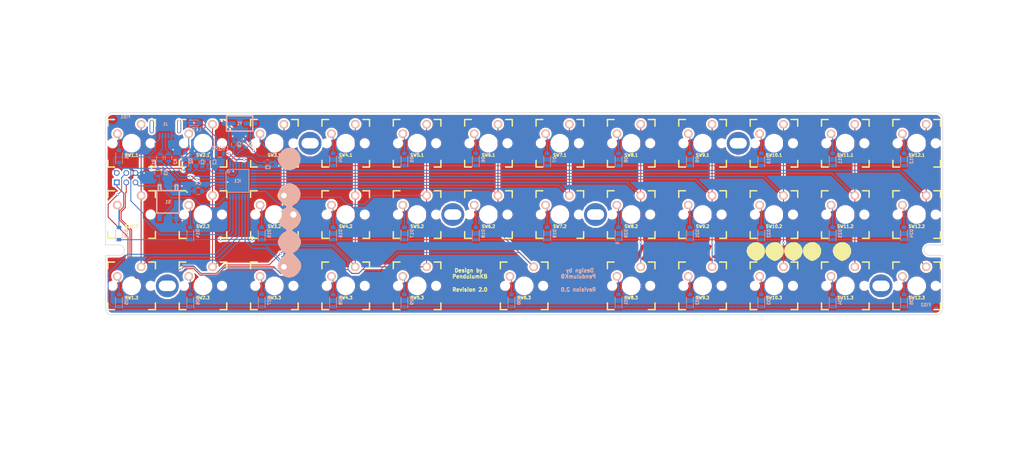
<source format=kicad_pcb>
(kicad_pcb (version 20160815) (host pcbnew "(2016-11-25 revision 30df041)-makepkg")
  (layers (0 F.Cu signal) (31 B.Cu signal) (34 B.Paste user) (35 F.Paste user) (36 B.SilkS user) (37 F.SilkS user) (38 B.Mask user) (39 F.Mask user) (44 Edge.Cuts user))
  (net 0 "")
  (net 1 GND)
  (net 2 col1)
  (net 3 col2)
  (net 4 col3)
  (net 5 RESET)
  (net 6 row0)
  (net 7 "Net-(D1-Pad2)")
  (net 8 row1)
  (net 9 "Net-(D2-Pad2)")
  (net 10 row2)
  (net 11 "Net-(D3-Pad2)")
  (net 12 "Net-(D4-Pad2)")
  (net 13 "Net-(D5-Pad2)")
  (net 14 "Net-(D6-Pad2)")
  (net 15 "Net-(D7-Pad2)")
  (net 16 "Net-(D8-Pad2)")
  (net 17 "Net-(D9-Pad2)")
  (net 18 "Net-(D10-Pad2)")
  (net 19 "Net-(D11-Pad2)")
  (net 20 "Net-(D12-Pad2)")
  (net 21 "Net-(D13-Pad2)")
  (net 22 "Net-(D14-Pad2)")
  (net 23 "Net-(D15-Pad2)")
  (net 24 "Net-(D16-Pad2)")
  (net 25 "Net-(D17-Pad2)")
  (net 26 "Net-(D18-Pad2)")
  (net 27 "Net-(D19-Pad2)")
  (net 28 "Net-(D20-Pad2)")
  (net 29 "Net-(D21-Pad2)")
  (net 30 "Net-(D22-Pad2)")
  (net 31 "Net-(D23-Pad2)")
  (net 32 "Net-(D24-Pad2)")
  (net 33 "Net-(D25-Pad2)")
  (net 34 "Net-(D26-Pad2)")
  (net 35 "Net-(D27-Pad2)")
  (net 36 "Net-(D28-Pad2)")
  (net 37 "Net-(D29-Pad2)")
  (net 38 "Net-(D30-Pad2)")
  (net 39 "Net-(D31-Pad2)")
  (net 40 "Net-(D32-Pad2)")
  (net 41 "Net-(D33-Pad2)")
  (net 42 "Net-(D34-Pad2)")
  (net 43 "Net-(D35-Pad2)")
  (net 44 "Net-(IC1-Pad5)")
  (net 45 col8)
  (net 46 col9)
  (net 47 col10)
  (net 48 col11)
  (net 49 col0)
  (net 50 col4)
  (net 51 col5)
  (net 52 col6)
  (net 53 col7)
  (net 54 "Net-(IC1-Pad25)")
  (net 55 "Net-(IC1-Pad26)")
  (net 56 "Net-(C5-Pad1)")
  (net 57 /D+)
  (net 58 /D-)
  (net 59 "Net-(IC1-Pad7)")
  (net 60 "Net-(IC1-Pad6)")
  (net 61 +5V)
  (net 62 UCAP)
  (net 63 "Net-(C6-Pad1)")
  (net 64 "Net-(IC1-Pad30)")
  (net 65 "Net-(IC1-Pad29)")
  (net 66 "Net-(105R1-Pad2)")
  (net 67 "Net-(105R1-Pad1)")
  (net 68 "Net-(J1-Pad4)")
  (module LOGO (layer F.Cu) (at 38.8 10.2)
    (fp_text reference G*** hide)
    (fp_text value LOGO hide)
    (fp_poly (pts (xy 14.28469 -2.132281) (xy 14.59427 -2.078891) (xy 14.760708 -2.00638) (xy 14.918921 -1.864807) (xy 14.985984 -1.729538) (xy 14.986 -1.727949) (xy 15.010777 -1.65949) (xy 15.106735 -1.689834) (xy 15.246132 -1.782366) (xy 15.546066 -1.952542) (xy 15.877638 -2.074864) (xy 16.182611 -2.132476) (xy 16.390435 -2.113541) (xy 16.530592 -2.020258) (xy 16.73791 -1.834644) (xy 16.970929 -1.594273) (xy 17.004269 -1.55724) (xy 17.230203 -1.293229) (xy 17.361735 -1.099233) (xy 17.423727 -0.925064) (xy 17.441042 -0.72053) (xy 17.441333 -0.674948) (xy 17.362715 -0.256166) (xy 17.138792 0.17775) (xy 16.787464 0.596786) (xy 16.564262 0.795692) (xy 16.028264 1.159552) (xy 15.516823 1.367215) (xy 15.038113 1.418057) (xy 14.600307 1.311454) (xy 14.21158 1.046782) (xy 14.145614 0.980353) (xy 13.962007 0.784912) (xy 13.473964 0.982042) (xy 13.110556 1.116186) (xy 12.713541 1.242746) (xy 12.332448 1.34791) (xy 12.016805 1.417864) (xy 11.8343 1.439334) (xy 11.692695 1.372123) (xy 11.541469 1.206726) (xy 11.51781 1.170149) (xy 11.419994 0.980779) (xy 11.386528 0.855278) (xy 11.390178 0.842603) (xy 11.489089 0.794056) (xy 11.693043 0.743044) (xy 11.775889 0.728333) (xy 12.003235 0.675205) (xy 12.315423 0.580934) (xy 12.483293 0.524116) (xy 14.490727 0.524116) (xy 14.562422 0.614818) (xy 14.735378 0.66535) (xy 14.976775 0.669936) (xy 15.253794 0.622797) (xy 15.449273 0.55679) (xy 15.778655 0.368121) (xy 16.111096 0.091939) (xy 16.415174 -0.23485) (xy 16.659467 -0.575338) (xy 16.812556 -0.89262) (xy 16.848667 -1.086927) (xy 16.779205 -1.296396) (xy 16.588472 -1.407177) (xy 16.31863 -1.406394) (xy 16.082492 -1.31274) (xy 15.791882 -1.12625) (xy 15.478986 -0.877097) (xy 15.175991 -0.595456) (xy 14.915083 -0.311501) (xy 14.728448 -0.055405) (xy 14.648273 0.142656) (xy 14.647333 0.160411) (xy 14.595312 0.341431) (xy 14.55311 0.399023) (xy 14.490727 0.524116) (xy 12.483293 0.524116) (xy 12.668069 0.461576) (xy 13.01679 0.333182) (xy 13.317205 0.211808) (xy 13.52493 0.113507) (xy 13.584767 0.074029) (xy 13.551899 0.035553) (xy 13.378608 0.009416) (xy 13.100107 0) (xy 12.795568 -0.004657) (xy 12.613225 -0.029926) (xy 12.505979 -0.092753) (xy 12.426733 -0.210083) (xy 12.405841 -0.249795) (xy 12.306543 -0.469135) (xy 12.306682 -0.607222) (xy 12.427487 -0.707597) (xy 12.678833 -0.809675) (xy 13.060317 -0.954839) (xy 13.412422 -1.100138) (xy 13.706131 -1.232215) (xy 13.912427 -1.337718) (xy 14.002294 -1.403292) (xy 13.996868 -1.416266) (xy 13.879301 -1.406294) (xy 13.651312 -1.353586) (xy 13.370755 -1.272138) (xy 12.827 -1.100558) (xy 12.63217 -1.322033) (xy 12.506838 -1.508904) (xy 12.462067 -1.668008) (xy 12.463536 -1.67953) (xy 12.569929 -1.81959) (xy 12.806591 -1.941124) (xy 13.13496 -2.038647) (xy 13.516474 -2.106672) (xy 13.912571 -2.139712) (xy 14.28469 -2.132281)) (layer F.Cu) (width 0.01))
    (fp_poly (pts (xy 0.04054 -2.110616) (xy 0.103307 -1.983327) (xy 0.150905 -1.777265) (xy 0.168037 -1.560534) (xy 0.091026 -0.977791) (xy -0.140391 -0.355674) (xy -0.489341 0.24472) (xy -0.787644 0.657894) (xy -1.097603 1.042327) (xy -1.39149 1.366754) (xy -1.641579 1.59991) (xy -1.770456 1.689296) (xy -2.034789 1.763784) (xy -2.383893 1.778125) (xy -2.745913 1.736521) (xy -3.04899 1.643178) (xy -3.109228 1.610977) (xy -3.349379 1.368716) (xy -3.467731 1.009497) (xy -3.464311 0.533972) (xy -3.339144 -0.057207) (xy -3.092258 -0.763387) (xy -3.004742 -0.973666) (xy -2.841432 -1.347028) (xy -2.69507 -1.667961) (xy -2.582029 -1.901432) (xy -2.519999 -2.010833) (xy -2.342512 -2.112589) (xy -2.105799 -2.111556) (xy -1.866697 -2.027616) (xy -1.682042 -1.880651) (xy -1.608667 -1.692029) (xy -1.642915 -1.571383) (xy -1.735483 -1.335465) (xy -1.871104 -1.021513) (xy -1.991762 -0.757517) (xy -2.184076 -0.313943) (xy -2.343499 0.115664) (xy -2.461299 0.500712) (xy -2.52874 0.810608) (xy -2.537089 1.014762) (xy -2.513678 1.070545) (xy -2.421007 1.053166) (xy -2.253512 0.92108) (xy -2.032032 0.699302) (xy -1.777407 0.412848) (xy -1.510476 0.086734) (xy -1.252076 -0.254025) (xy -1.023047 -0.584413) (xy -0.844229 -0.879414) (xy -0.775516 -1.016) (xy -0.675502 -1.208876) (xy -0.52832 -1.438649) (xy -0.312694 -1.736327) (xy -0.021982 -2.114215) (xy 0.04054 -2.110616)) (layer F.Cu) (width 0.01))
    (fp_poly (pts (xy 8.394798 -2.159628) (xy 8.533454 -2.020101) (xy 8.610116 -1.76113) (xy 8.635809 -1.361096) (xy 8.636 -1.31321) (xy 8.638754 -0.941335) (xy 8.658609 -0.693243) (xy 8.712957 -0.568068) (xy 8.81919 -0.564944) (xy 8.994698 -0.683006) (xy 9.256872 -0.921387) (xy 9.608446 -1.2648) (xy 9.999912 -1.640479) (xy 10.300991 -1.900511) (xy 10.534105 -2.055535) (xy 10.721673 -2.11619) (xy 10.886117 -2.093118) (xy 11.049857 -1.996956) (xy 11.088111 -1.966967) (xy 11.272982 -1.817268) (xy 11.08689 -1.310801) (xy 10.961828 -0.995622) (xy 10.793985 -0.60818) (xy 10.59689 -0.175996) (xy 10.384076 0.27341) (xy 10.169074 0.712519) (xy 9.965414 1.113811) (xy 9.786627 1.449765) (xy 9.646245 1.692861) (xy 9.557799 1.81558) (xy 9.545478 1.824191) (xy 9.383533 1.829468) (xy 9.200934 1.783551) (xy 9.043962 1.678527) (xy 8.981232 1.505488) (xy 9.013883 1.24513) (xy 9.143055 0.878145) (xy 9.271326 0.590278) (xy 9.567985 -0.042333) (xy 9.200233 0.370879) (xy 8.999093 0.591266) (xy 8.863361 0.70638) (xy 8.746342 0.737859) (xy 8.601344 0.707347) (xy 8.526528 0.683118) (xy 8.332929 0.596522) (xy 8.20106 0.460562) (xy 8.086139 0.223957) (xy 8.054746 0.142906) (xy 7.956923 -0.097599) (xy 7.892571 -0.195909) (xy 7.845055 -0.171581) (xy 7.825171 -0.127) (xy 7.698209 0.183618) (xy 7.536407 0.541342) (xy 7.356104 0.914539) (xy 7.173639 1.271578) (xy 7.005352 1.580828) (xy 6.867581 1.810658) (xy 6.776666 1.929435) (xy 6.758037 1.938894) (xy 6.593158 1.9107) (xy 6.434667 1.871923) (xy 6.252886 1.756308) (xy 6.196883 1.633527) (xy 6.219347 1.463008) (xy 6.308529 1.169273) (xy 6.453647 0.77966) (xy 6.643918 0.321511) (xy 6.868559 -0.177835) (xy 7.102338 -0.662184) (xy 7.267898 -1.0068) (xy 7.414713 -1.33579) (xy 7.516083 -1.588771) (xy 7.530071 -1.629571) (xy 7.69899 -1.949756) (xy 7.944859 -2.147688) (xy 8.183124 -2.201333) (xy 8.394798 -2.159628)) (layer F.Cu) (width 0.01))
    (fp_poly (pts (xy 2.065387 -2.32317) (xy 2.303067 -2.231444) (xy 2.500268 -2.091239) (xy 2.569601 -1.992315) (xy 2.551539 -1.875169) (xy 2.469314 -1.632079) (xy 2.333204 -1.289199) (xy 2.153485 -0.87268) (xy 1.982467 -0.498133) (xy 1.77896 -0.058591) (xy 1.605261 0.32443) (xy 1.472309 0.626151) (xy 1.391045 0.82179) (xy 1.371106 0.886659) (xy 1.461445 0.891833) (xy 1.680456 0.887456) (xy 1.987808 0.874565) (xy 2.127025 0.867225) (xy 2.857051 0.826567) (xy 2.903185 0.392117) (xy 2.951673 0.167167) (xy 3.052853 -0.163568) (xy 3.190704 -0.558547) (xy 3.349202 -0.976225) (xy 3.512323 -1.375061) (xy 3.664046 -1.713511) (xy 3.788346 -1.950032) (xy 3.830001 -2.010833) (xy 4.007488 -2.112589) (xy 4.244201 -2.111556) (xy 4.483303 -2.027616) (xy 4.667958 -1.880651) (xy 4.741333 -1.692029) (xy 4.707085 -1.571383) (xy 4.614517 -1.335465) (xy 4.478896 -1.021513) (xy 4.358238 -0.757517) (xy 4.165924 -0.313943) (xy 4.006501 0.115664) (xy 3.888701 0.500712) (xy 3.82126 0.810608) (xy 3.812911 1.014762) (xy 3.836322 1.070545) (xy 3.928993 1.053166) (xy 4.096488 0.92108) (xy 4.317968 0.699302) (xy 4.572593 0.412848) (xy 4.839524 0.086734) (xy 5.097924 -0.254025) (xy 5.326953 -0.584413) (xy 5.505771 -0.879414) (xy 5.574484 -1.016) (xy 5.674498 -1.208876) (xy 5.82168 -1.438649) (xy 6.037306 -1.736327) (xy 6.328018 -2.114215) (xy 6.39054 -2.110616) (xy 6.453307 -1.983327) (xy 6.500905 -1.777265) (xy 6.518037 -1.560534) (xy 6.441026 -0.977791) (xy 6.209609 -0.355674) (xy 5.860659 0.24472) (xy 5.562356 0.657894) (xy 5.252397 1.042327) (xy 4.95851 1.366754) (xy 4.708421 1.59991) (xy 4.579544 1.689296) (xy 4.326369 1.760389) (xy 3.98656 1.777277) (xy 3.632669 1.743484) (xy 3.337251 1.662531) (xy 3.263911 1.625431) (xy 3.117869 1.54972) (xy 2.967634 1.516052) (xy 2.762524 1.521585) (xy 2.451856 1.56348) (xy 2.374911 1.575604) (xy 1.811801 1.679301) (xy 1.192917 1.815515) (xy 0.618935 1.961718) (xy 0.505403 1.993939) (xy 0.343401 1.97713) (xy 0.187903 1.900011) (xy 0.058987 1.737589) (xy -0.000595 1.521445) (xy 0.01886 1.32132) (xy 0.093607 1.222141) (xy 0.153438 1.143) (xy 2.794 1.143) (xy 2.836333 1.185334) (xy 2.878667 1.143) (xy 2.836333 1.100667) (xy 2.794 1.143) (xy 0.153438 1.143) (xy 0.168558 1.123001) (xy 0.297791 0.898424) (xy 0.467076 0.577827) (xy 0.662183 0.190627) (xy 0.868879 -0.233761) (xy 1.072935 -0.665918) (xy 1.260118 -1.076429) (xy 1.416199 -1.435876) (xy 1.526946 -1.714843) (xy 1.55734 -1.803537) (xy 1.684925 -2.124311) (xy 1.817651 -2.303102) (xy 1.865195 -2.329136) (xy 2.065387 -2.32317)) (layer F.Cu) (width 0.01))
    (fp_poly (pts (xy -13.541202 -2.149274) (xy -13.205114 -1.989935) (xy -12.984746 -1.717786) (xy -12.944191 -1.625201) (xy -12.862362 -1.409973) (xy -12.717681 -1.69982) (xy -12.573 -1.989666) (xy -11.685191 -2.014016) (xy -11.242996 -2.019303) (xy -10.946652 -2.005173) (xy -10.773577 -1.969638) (xy -10.711525 -1.928316) (xy -10.564742 -1.800682) (xy -10.374495 -1.703348) (xy -10.198422 -1.657692) (xy -10.094164 -1.685093) (xy -10.088182 -1.69712) (xy -9.92642 -1.933127) (xy -9.652213 -2.080774) (xy -9.402997 -2.116667) (xy -9.190094 -2.102958) (xy -9.050136 -2.039593) (xy -8.955483 -1.893213) (xy -8.878496 -1.630458) (xy -8.835127 -1.431269) (xy -8.738117 -1.05941) (xy -8.606493 -0.665947) (xy -8.545692 -0.513652) (xy -8.458105 -0.317263) (xy -8.387207 -0.202484) (xy -8.320434 -0.182697) (xy -8.245223 -0.271282) (xy -8.149008 -0.48162) (xy -8.019227 -0.827093) (xy -7.877151 -1.225666) (xy -7.734159 -1.614236) (xy -7.622688 -1.871695) (xy -7.524994 -2.028944) (xy -7.423335 -2.116882) (xy -7.34522 -2.152041) (xy -7.146866 -2.187466) (xy -6.961972 -2.117522) (xy -6.87033 -2.054503) (xy -6.751321 -1.974408) (xy -6.632503 -1.927729) (xy -6.474329 -1.911462) (xy -6.23725 -1.922605) (xy -5.881717 -1.958152) (xy -5.767528 -1.97074) (xy -5.071592 -2.015816) (xy -4.498651 -1.978066) (xy -4.021679 -1.853207) (xy -3.613653 -1.636952) (xy -3.599161 -1.626885) (xy -3.324393 -1.382494) (xy -3.184439 -1.118529) (xy -3.181549 -0.820935) (xy -3.31797 -0.475657) (xy -3.595949 -0.06864) (xy -3.906407 0.294072) (xy -4.21598 0.613556) (xy -4.524214 0.881407) (xy -4.859405 1.113185) (xy -5.24985 1.324449) (xy -5.723845 1.530757) (xy -6.309685 1.747667) (xy -6.928807 1.955948) (xy -7.137477 2.005225) (xy -7.273686 1.966398) (xy -7.368556 1.879428) (xy -7.524843 1.739303) (xy -7.633242 1.674809) (xy -7.649812 1.599554) (xy -7.534293 1.437535) (xy -7.444149 1.342505) (xy -7.255163 1.10459) (xy -7.030584 0.745074) (xy -6.975501 0.64331) (xy -5.926667 0.64331) (xy -5.883329 0.676309) (xy -5.742549 0.629588) (xy -5.488172 0.496497) (xy -5.286686 0.379752) (xy -4.836984 0.070992) (xy -4.507517 -0.243908) (xy -4.303348 -0.549695) (xy -4.229539 -0.831118) (xy -4.291153 -1.072927) (xy -4.493253 -1.259869) (xy -4.713217 -1.347788) (xy -4.988198 -1.397623) (xy -5.133135 -1.355102) (xy -5.164667 -1.259625) (xy -5.196279 -1.151796) (xy -5.282104 -0.923429) (xy -5.408625 -0.609187) (xy -5.545667 -0.282646) (xy -5.69644 0.073112) (xy -5.819026 0.367679) (xy -5.900127 0.568734) (xy -5.926667 0.64331) (xy -6.975501 0.64331) (xy -6.79084 0.302156) (xy -6.556355 -0.185964) (xy -6.347556 -0.681087) (xy -6.311126 -0.776394) (xy -6.162835 -1.171787) (xy -6.446917 -1.427665) (xy -6.62535 -1.577546) (xy -6.724066 -1.619069) (xy -6.781846 -1.564839) (xy -6.793368 -1.540272) (xy -6.92272 -1.23369) (xy -7.091406 -0.820573) (xy -7.28228 -0.34434) (xy -7.478199 0.151594) (xy -7.662016 0.623808) (xy -7.816587 1.028886) (xy -7.924766 1.32341) (xy -7.929352 1.336461) (xy -8.043174 1.647345) (xy -8.127759 1.82591) (xy -8.204088 1.901554) (xy -8.293142 1.903672) (xy -8.327147 1.893821) (xy -8.54491 1.838815) (xy -8.658489 1.821804) (xy -8.874084 1.750561) (xy -8.954035 1.581512) (xy -8.903182 1.316906) (xy -8.860311 1.172882) (xy -8.85266 1.033746) (xy -8.888666 0.860472) (xy -8.976767 0.614033) (xy -9.125398 0.255403) (xy -9.140193 0.220611) (xy -9.283218 -0.123607) (xy -9.396939 -0.412868) (xy -9.467102 -0.609978) (xy -9.482667 -0.673016) (xy -9.529268 -0.757543) (xy -9.546167 -0.760313) (xy -9.608741 -0.686448) (xy -9.720358 -0.488335) (xy -9.866209 -0.198556) (xy -10.031482 0.150304) (xy -10.201368 0.525662) (xy -10.361055 0.894932) (xy -10.495733 1.225533) (xy -10.590592 1.48488) (xy -10.627943 1.619644) (xy -10.672901 1.818917) (xy -10.743448 1.886952) (xy -10.891973 1.859711) (xy -10.950678 1.841187) (xy -11.240215 1.737489) (xy -11.398743 1.643931) (xy -11.460678 1.534478) (xy -11.465833 1.451477) (xy -11.498223 1.319352) (xy -11.635166 1.309676) (xy -12.201087 1.426604) (xy -12.623952 1.520937) (xy -12.927496 1.599319) (xy -13.135455 1.668394) (xy -13.271562 1.734808) (xy -13.34124 1.787302) (xy -13.470463 1.885198) (xy -13.601353 1.90311) (xy -13.805275 1.847324) (xy -13.84924 1.832053) (xy -14.086124 1.715728) (xy -14.159325 1.592226) (xy -14.158159 1.583285) (xy -14.110677 1.430579) (xy -14.005661 1.155325) (xy -13.856016 0.78896) (xy -13.822321 0.70981) (xy -12.832604 0.70981) (xy -12.780072 0.745467) (xy -12.621587 0.736589) (xy -12.425247 0.7075) (xy -12.076924 0.664558) (xy -11.720763 0.638997) (xy -11.598684 0.635998) (xy -11.217034 0.635) (xy -10.693065 -0.444773) (xy -10.169095 -1.524547) (xy -10.524381 -1.473898) (xy -11.001647 -1.386785) (xy -11.422267 -1.274016) (xy -11.751806 -1.147123) (xy -11.955829 -1.017642) (xy -11.984084 -0.984952) (xy -12.087299 -0.807792) (xy -12.066387 -0.71465) (xy -11.903698 -0.680321) (xy -11.768667 -0.677333) (xy -11.547099 -0.663133) (xy -11.449174 -0.605739) (xy -11.43 -0.508) (xy -11.394544 -0.370419) (xy -11.345333 -0.338666) (xy -11.269265 -0.270511) (xy -11.260667 -0.217442) (xy -11.340382 -0.127905) (xy -11.582178 -0.034189) (xy -11.888867 0.043544) (xy -12.290362 0.151598) (xy -12.557569 0.276613) (xy -12.725459 0.440437) (xy -12.814544 0.621835) (xy -12.832604 0.70981) (xy -13.822321 0.70981) (xy -13.674643 0.362924) (xy -13.474445 -0.091343) (xy -13.433964 -0.181307) (xy -13.218266 -0.658948) (xy -14.461967 -0.017831) (xy -14.879053 0.200444) (xy -15.2402 0.39566) (xy -15.51969 0.553414) (xy -15.691804 0.659303) (xy -15.734638 0.69489) (xy -15.805921 0.794606) (xy -15.953754 0.966035) (xy -16.042744 1.062463) (xy -16.242285 1.310181) (xy -16.452111 1.625343) (xy -16.564106 1.822015) (xy -16.716637 2.08853) (xy -16.841428 2.23088) (xy -16.97198 2.282771) (xy -17.025056 2.285799) (xy -17.21101 2.266122) (xy -17.300222 2.229556) (xy -17.35299 2.07012) (xy -17.305185 1.792373) (xy -17.155386 1.389414) (xy -17.102604 1.27) (xy -16.97538 0.983129) (xy -16.913904 0.809691) (xy -16.913186 0.709268) (xy -16.968235 0.641443) (xy -17.020308 0.603507) (xy -17.14684 0.495083) (xy -17.162692 0.398632) (xy -17.054118 0.287483) (xy -16.807373 0.134967) (xy -16.767116 0.112219) (xy -16.482515 -0.076327) (xy -16.29927 -0.286649) (xy -16.179676 -0.526379) (xy -16.116613 -0.678127) (xy -15.098521 -0.678127) (xy -15.093758 -0.677333) (xy -14.988 -0.718165) (xy -14.78244 -0.825327) (xy -14.521132 -0.975822) (xy -14.515353 -0.979289) (xy -14.250504 -1.142505) (xy -14.040728 -1.279518) (xy -13.9319 -1.360289) (xy -13.953816 -1.404286) (xy -14.090648 -1.430636) (xy -14.288801 -1.438339) (xy -14.494679 -1.426391) (xy -14.654683 -1.393792) (xy -14.694136 -1.374537) (xy -14.795045 -1.267718) (xy -14.914354 -1.095092) (xy -15.023647 -0.906233) (xy -15.094508 -0.750719) (xy -15.098521 -0.678127) (xy -16.116613 -0.678127) (xy -16.012453 -0.928761) (xy -16.261227 -1.177534) (xy -16.452715 -1.411397) (xy -16.491717 -1.592953) (xy -16.377635 -1.744749) (xy -16.244044 -1.826516) (xy -15.991477 -1.919339) (xy -15.617646 -2.010493) (xy -15.170498 -2.091966) (xy -14.697983 -2.155747) (xy -14.248052 -2.193825) (xy -14.002585 -2.201011) (xy -13.541202 -2.149274)) (layer F.Cu) (width 0.01))
  )
  (module LOGO (layer F.Cu) (at 85 10)
    (fp_text reference G*** hide)
    (fp_text value LOGO hide)
  )
  (module LOGO (layer F.Cu) (at 77 10)
    (fp_text reference G*** hide)
    (fp_text value LOGO hide)
  )
  (module LOGO (layer F.Cu) (at 72 10)
    (fp_text reference G*** hide)
    (fp_text value LOGO hide)
  )
  (module LOGO (layer F.Cu) (at 67 10)
    (fp_text reference G*** hide)
    (fp_text value LOGO hide)
  )
  (module LOGO (layer F.Cu) (at 62 10)
    (fp_text reference G*** hide)
    (fp_text value LOGO hide)
  )
  (module LOGO (layer B.Cu) (at -71.12 -3.556 90)
    (fp_text reference G*** hide)
    (fp_text value LOGO hide)
  )
  (module Vetted:72f6-usb_mini_b_hiroseux60sc-mb-5s8 (layer B.Cu) (at -95.76 -24.19 180)
    (fp_text reference J1 (at 0 0 180) (layer B.SilkS) (effects (font (size 0.8 0.8) (thickness 0.2)) (justify mirror)))
    (fp_text value USB_MINI_B)
    (pad ~ thru_hole oval (at -3.65 -0.7 180) (size 1.1 3.6) (drill oval 0.7 3.2) (layers *.Cu *.Mask))
    (pad 1 smd rect (at 1.6 -3.1 180) (size 0.5 1.4) (layers B.Cu B.Paste B.Mask) (net 61 +5V))
    (pad 2 smd rect (at 0.8 -3.1 180) (size 0.5 1.4) (layers B.Cu B.Paste B.Mask) (net 58 /D-))
    (pad 3 smd rect (at 0 -3.1 180) (size 0.5 1.4) (layers B.Cu B.Paste B.Mask) (net 57 /D+))
    (pad 4 smd rect (at -0.8 -3.1 180) (size 0.5 1.4) (layers B.Cu B.Paste B.Mask) (net 68 "Net-(J1-Pad4)"))
    (pad 5 smd rect (at -1.6 -3.1 180) (size 0.5 1.4) (layers B.Cu B.Paste B.Mask) (net 1 GND))
    (pad ~ thru_hole oval (at 3.65 -0.7 180) (size 1.1 3.6) (drill oval 0.7 3.2) (layers *.Cu *.Mask))
  )
  (module lib_footprints:POKER_OVAL_HOLE (layer F.Cu) (at 19.05 0)
    (fp_text reference POKER_OVAL_HOLE hide)
    (fp_text value >VALUE hide)
    (pad "" thru_hole circle (at 0 0) (size 6.1 6.1) (drill oval 4.6 2.8) (layers *.Cu *.Mask))
  )
  (module lib_footprints:POKER_OVAL_HOLE (layer F.Cu) (at -19.05 0)
    (fp_text reference POKER_OVAL_HOLE hide)
    (fp_text value >VALUE hide)
    (pad "" thru_hole circle (at 0 0) (size 6.1 6.1) (drill oval 4.6 2.8) (layers *.Cu *.Mask))
  )
  (module lib_footprints:POKER_OVAL_HOLE (layer F.Cu) (at 95.25 19.05)
    (fp_text reference POKER_OVAL_HOLE hide)
    (fp_text value >VALUE hide)
    (pad "" thru_hole circle (at 0 0) (size 6.1 6.1) (drill oval 4.6 2.8) (layers *.Cu *.Mask))
  )
  (module lib_footprints:POKER_OVAL_HOLE (layer F.Cu) (at -95.25 19.05)
    (fp_text reference POKER_OVAL_HOLE hide)
    (fp_text value >VALUE hide)
    (pad "" thru_hole circle (at 0 0) (size 6.1 6.1) (drill oval 4.6 2.8) (layers *.Cu *.Mask))
  )
  (module lib_footprints:POKER_OVAL_HOLE (layer F.Cu) (at 57.15 -19.05)
    (fp_text reference POKER_OVAL_HOLE hide)
    (fp_text value >VALUE hide)
    (pad "" thru_hole circle (at 0 0) (size 6.1 6.1) (drill oval 4.6 2.8) (layers *.Cu *.Mask))
  )
  (module footprints:CHERRY_PCB_100H (layer F.Cu) (at -9.525 0)
    (fp_text reference SW6.2 (at 0 3.175) (layer F.SilkS) (effects (font (size 0.8 0.8) (thickness 0.2))))
    (fp_text value SW_PUSH hide)
    (pad 1 thru_hole circle (at 2.54 -5.08) (size 2.286 2.286) (drill 1.4986) (layers *.Cu *.SilkS *.Mask) (net 51 col5))
    (pad 2 thru_hole circle (at -3.81 -2.54) (size 2.286 2.286) (drill 1.4986) (layers *.Cu *.SilkS *.Mask) (net 26 "Net-(D18-Pad2)"))
    (pad HOLE np_thru_hole circle (at 0 0) (size 3.9878 3.9878) (drill 3.9878) (layers *.Cu))
    (pad HOLE np_thru_hole circle (at -5.08 0) (size 1.7018 1.7018) (drill 1.7018) (layers *.Cu))
    (pad HOLE np_thru_hole circle (at 5.08 0) (size 1.7018 1.7018) (drill 1.7018) (layers *.Cu))
  )
  (module Fiducial_1mm_Dia_2.54mm_Outer_CopperTop (layer B.Cu) (at 110 25)
    (fp_text reference FID2 (at -2.812 -0.87) (layer B.SilkS) (effects (font (size 0.8 0.8) (thickness 0.2)) (justify mirror)))
    (fp_text value Fiducial_1mm_Dia_2.54mm_Outer_CopperTop)
    (pad ~ smd circle (at 0 0) (size 1 1) (layers B.Cu B.Mask) (clearance 0.77))
  )
  (module Fiducial_1mm_Dia_2.54mm_Outer_CopperTop (layer B.Cu) (at -109.85 -25.4)
    (fp_text reference FID1 (at 3.4 -0.7) (layer B.SilkS) (effects (font (size 0.8 0.8) (thickness 0.2)) (justify mirror)))
    (fp_text value Fiducial_1mm_Dia_2.54mm_Outer_CopperTop)
    (pad ~ smd circle (at 0 0) (size 1 1) (layers B.Cu B.Mask) (clearance 0.77))
  )
  (module lib_footprints:PUSH_BUTTON_PTS645SM43SMTR92LFS (layer B.Cu) (at -95.06 -3.39 90)
    (fp_text reference S1 (at 0 0 180) (layer B.SilkS) (effects (font (size 0.8 0.8) (thickness 0.2)) (justify mirror)))
    (fp_text value PUSH_BUTTON)
    (pad 3 smd rect (at -4.25 -2.25 90) (size 1.9 1.2) (layers B.Cu B.Paste B.Mask) (net 5 RESET))
    (pad 4 smd rect (at 4.25 -2.25 90) (size 1.9 1.2) (layers B.Cu B.Paste B.Mask) (net 5 RESET))
    (pad 1 smd rect (at -4.25 2.25 90) (size 1.9 1.2) (layers B.Cu B.Paste B.Mask) (net 1 GND))
    (pad 2 smd rect (at 4.25 2.25 90) (size 1.9 1.2) (layers B.Cu B.Paste B.Mask) (net 1 GND))
  )
  (module footprints:CHERRY_PCB_100H (layer F.Cu) (at 28.575 -19.05)
    (fp_text reference SW8.1 (at 0 3.175) (layer F.SilkS) (effects (font (size 0.8 0.8) (thickness 0.2))))
    (fp_text value SW_PUSH hide)
    (pad 1 thru_hole circle (at 2.54 -5.08) (size 2.286 2.286) (drill 1.4986) (layers *.Cu *.SilkS *.Mask) (net 53 col7))
    (pad 2 thru_hole circle (at -3.81 -2.54) (size 2.286 2.286) (drill 1.4986) (layers *.Cu *.SilkS *.Mask) (net 16 "Net-(D8-Pad2)"))
    (pad HOLE np_thru_hole circle (at 0 0) (size 3.9878 3.9878) (drill 3.9878) (layers *.Cu))
    (pad HOLE np_thru_hole circle (at -5.08 0) (size 1.7018 1.7018) (drill 1.7018) (layers *.Cu))
    (pad HOLE np_thru_hole circle (at 5.08 0) (size 1.7018 1.7018) (drill 1.7018) (layers *.Cu))
  )
  (module footprints:CHERRY_PCB_200H (layer F.Cu) (at 0 19.05)
    (fp_text reference SW6.3 (at 0 3.175) (layer F.SilkS) (effects (font (size 0.8 0.8) (thickness 0.2))))
    (fp_text value SW_PUSH hide)
    (pad 1 thru_hole circle (at 2.54 -5.08) (size 2.286 2.286) (drill 1.4986) (layers *.Cu *.SilkS *.Mask) (net 51 col5))
    (pad 2 thru_hole circle (at -3.81 -2.54) (size 2.286 2.286) (drill 1.4986) (layers *.Cu *.SilkS *.Mask) (net 38 "Net-(D30-Pad2)"))
    (pad HOLE np_thru_hole circle (at 0 0) (size 3.9878 3.9878) (drill 3.9878) (layers *.Cu))
    (pad HOLE np_thru_hole circle (at -5.08 0) (size 1.7018 1.7018) (drill 1.7018) (layers *.Cu))
    (pad HOLE np_thru_hole circle (at 5.08 0) (size 1.7018 1.7018) (drill 1.7018) (layers *.Cu))
  )
  (module footprints:CHERRY_PCB_100H (layer F.Cu) (at -85.725 -19.05)
    (fp_text reference SW2.1 (at 0 3.175) (layer F.SilkS) (effects (font (size 0.8 0.8) (thickness 0.2))))
    (fp_text value SW_PUSH hide)
    (pad 1 thru_hole circle (at 2.54 -5.08) (size 2.286 2.286) (drill 1.4986) (layers *.Cu *.SilkS *.Mask) (net 2 col1))
    (pad 2 thru_hole circle (at -3.81 -2.54) (size 2.286 2.286) (drill 1.4986) (layers *.Cu *.SilkS *.Mask) (net 9 "Net-(D2-Pad2)"))
    (pad HOLE np_thru_hole circle (at 0 0) (size 3.9878 3.9878) (drill 3.9878) (layers *.Cu))
    (pad HOLE np_thru_hole circle (at -5.08 0) (size 1.7018 1.7018) (drill 1.7018) (layers *.Cu))
    (pad HOLE np_thru_hole circle (at 5.08 0) (size 1.7018 1.7018) (drill 1.7018) (layers *.Cu))
  )
  (module footprints:crystal_ABLS7M (layer B.Cu) (at -75.95 -24.35)
    (fp_text reference Y1 (at 0 0) (layer B.SilkS) (effects (font (size 0.8 0.8) (thickness 0.2)) (justify mirror)))
    (fp_text value 16MHz)
    (pad 1 smd oval (at -2.9 0) (size 3.8 1.2) (layers B.Cu B.Paste B.Mask) (net 56 "Net-(C5-Pad1)"))
    (pad 2 smd oval (at 2.9 0) (size 3.8 1.2) (layers B.Cu B.Paste B.Mask) (net 63 "Net-(C6-Pad1)"))
  )
  (module footprints:AVR-ISP-6 (layer F.Cu) (at -106.2 -9.85 90)
    (fp_text reference CON1 hide)
    (fp_text value AVR-ISP-6 hide)
    (pad 6 thru_hole circle (at 1.27 2.45 180) (size 1.524 1.524) (drill 1.016) (layers *.Cu *.Mask) (net 1 GND))
    (pad 3 thru_hole circle (at -1.27 0 90) (size 1.524 1.524) (drill 1.016) (layers *.Cu *.Mask) (net 51 col5))
    (pad 4 thru_hole circle (at 1.27 0 180) (size 1.524 1.524) (drill 1.016) (layers *.Cu *.Mask) (net 50 col4))
    (pad 1 thru_hole rect (at -1.27 -2.54 90) (size 1.524 1.524) (drill 1.016) (layers *.Cu *.Mask) (net 4 col3))
    (pad 2 thru_hole circle (at 1.27 -2.54 180) (size 1.524 1.524) (drill 1.016) (layers *.Cu *.Mask) (net 61 +5V))
    (pad 5 thru_hole circle (at -1.27 2.45 180) (size 1.524 1.524) (drill 1.016) (layers *.Cu *.Mask) (net 5 RESET))
  )
  (module footprints:SOD-123 (layer B.Cu) (at -108.125 -15.54 90)
    (fp_text reference D1 (at 0 2 90) (layer B.SilkS) (effects (font (size 0.8 0.8) (thickness 0.2)) (justify mirror)))
    (fp_text value D)
    (pad 1 smd rect (at -1.635 0 90) (size 0.91 1.22) (layers B.Cu B.Paste B.Mask) (net 6 row0))
    (pad 2 smd rect (at 1.635 0 90) (size 0.91 1.22) (layers B.Cu B.Paste B.Mask) (net 7 "Net-(D1-Pad2)"))
  )
  (module footprints:SOD-123 (layer B.Cu) (at -90.48 -14.84 90)
    (fp_text reference D2 (at -0.49 1.48 90) (layer B.SilkS) (effects (font (size 0.8 0.8) (thickness 0.2)) (justify mirror)))
    (fp_text value D)
    (pad 1 smd rect (at -1.635 0 90) (size 0.91 1.22) (layers B.Cu B.Paste B.Mask) (net 6 row0))
    (pad 2 smd rect (at 1.635 0 90) (size 0.91 1.22) (layers B.Cu B.Paste B.Mask) (net 9 "Net-(D2-Pad2)"))
  )
  (module footprints:SOD-123 (layer B.Cu) (at -62.5 -14.7 90)
    (fp_text reference D3 (at 0 2 90) (layer B.SilkS) (effects (font (size 0.8 0.8) (thickness 0.2)) (justify mirror)))
    (fp_text value D)
    (pad 1 smd rect (at -1.635 0 90) (size 0.91 1.22) (layers B.Cu B.Paste B.Mask) (net 6 row0))
    (pad 2 smd rect (at 1.635 0 90) (size 0.91 1.22) (layers B.Cu B.Paste B.Mask) (net 11 "Net-(D3-Pad2)"))
  )
  (module footprints:SOD-123 (layer B.Cu) (at -51.01 -14.7 90)
    (fp_text reference D4 (at 0 2 90) (layer B.SilkS) (effects (font (size 0.8 0.8) (thickness 0.2)) (justify mirror)))
    (fp_text value D)
    (pad 1 smd rect (at -1.635 0 90) (size 0.91 1.22) (layers B.Cu B.Paste B.Mask) (net 6 row0))
    (pad 2 smd rect (at 1.635 0 90) (size 0.91 1.22) (layers B.Cu B.Paste B.Mask) (net 12 "Net-(D4-Pad2)"))
  )
  (module footprints:SOD-123 (layer B.Cu) (at -31.96 -14.7 90)
    (fp_text reference D5 (at 0 2 90) (layer B.SilkS) (effects (font (size 0.8 0.8) (thickness 0.2)) (justify mirror)))
    (fp_text value D)
    (pad 1 smd rect (at -1.635 0 90) (size 0.91 1.22) (layers B.Cu B.Paste B.Mask) (net 6 row0))
    (pad 2 smd rect (at 1.635 0 90) (size 0.91 1.22) (layers B.Cu B.Paste B.Mask) (net 13 "Net-(D5-Pad2)"))
  )
  (module footprints:SOD-123 (layer B.Cu) (at -12.91 -14.7 90)
    (fp_text reference D6 (at 0 2 90) (layer B.SilkS) (effects (font (size 0.8 0.8) (thickness 0.2)) (justify mirror)))
    (fp_text value D)
    (pad 1 smd rect (at -1.635 0 90) (size 0.91 1.22) (layers B.Cu B.Paste B.Mask) (net 6 row0))
    (pad 2 smd rect (at 1.635 0 90) (size 0.91 1.22) (layers B.Cu B.Paste B.Mask) (net 14 "Net-(D6-Pad2)"))
  )
  (module footprints:SOD-123 (layer B.Cu) (at 6.14 -14.7 90)
    (fp_text reference D7 (at 0 2 90) (layer B.SilkS) (effects (font (size 0.8 0.8) (thickness 0.2)) (justify mirror)))
    (fp_text value D)
    (pad 1 smd rect (at -1.635 0 90) (size 0.91 1.22) (layers B.Cu B.Paste B.Mask) (net 6 row0))
    (pad 2 smd rect (at 1.635 0 90) (size 0.91 1.22) (layers B.Cu B.Paste B.Mask) (net 15 "Net-(D7-Pad2)"))
  )
  (module footprints:SOD-123 (layer B.Cu) (at 25.19 -14.7 90)
    (fp_text reference D8 (at 0 2 90) (layer B.SilkS) (effects (font (size 0.8 0.8) (thickness 0.2)) (justify mirror)))
    (fp_text value D)
    (pad 1 smd rect (at -1.635 0 90) (size 0.91 1.22) (layers B.Cu B.Paste B.Mask) (net 6 row0))
    (pad 2 smd rect (at 1.635 0 90) (size 0.91 1.22) (layers B.Cu B.Paste B.Mask) (net 16 "Net-(D8-Pad2)"))
  )
  (module footprints:SOD-123 (layer B.Cu) (at 44.24 -14.7 90)
    (fp_text reference D9 (at 0 2 90) (layer B.SilkS) (effects (font (size 0.8 0.8) (thickness 0.2)) (justify mirror)))
    (fp_text value D)
    (pad 1 smd rect (at -1.635 0 90) (size 0.91 1.22) (layers B.Cu B.Paste B.Mask) (net 6 row0))
    (pad 2 smd rect (at 1.635 0 90) (size 0.91 1.22) (layers B.Cu B.Paste B.Mask) (net 17 "Net-(D9-Pad2)"))
  )
  (module footprints:SOD-123 (layer B.Cu) (at 63.29 -14.7 90)
    (fp_text reference D10 (at 0 2 90) (layer B.SilkS) (effects (font (size 0.8 0.8) (thickness 0.2)) (justify mirror)))
    (fp_text value D)
    (pad 1 smd rect (at -1.635 0 90) (size 0.91 1.22) (layers B.Cu B.Paste B.Mask) (net 6 row0))
    (pad 2 smd rect (at 1.635 0 90) (size 0.91 1.22) (layers B.Cu B.Paste B.Mask) (net 18 "Net-(D10-Pad2)"))
  )
  (module footprints:SOD-123 (layer B.Cu) (at 82.34 -14.7 90)
    (fp_text reference D11 (at 0 2 90) (layer B.SilkS) (effects (font (size 0.8 0.8) (thickness 0.2)) (justify mirror)))
    (fp_text value D)
    (pad 1 smd rect (at -1.635 0 90) (size 0.91 1.22) (layers B.Cu B.Paste B.Mask) (net 6 row0))
    (pad 2 smd rect (at 1.635 0 90) (size 0.91 1.22) (layers B.Cu B.Paste B.Mask) (net 19 "Net-(D11-Pad2)"))
  )
  (module footprints:SOD-123 (layer B.Cu) (at 101.39 -14.7 90)
    (fp_text reference D12 (at 0 2 90) (layer B.SilkS) (effects (font (size 0.8 0.8) (thickness 0.2)) (justify mirror)))
    (fp_text value D)
    (pad 1 smd rect (at -1.635 0 90) (size 0.91 1.22) (layers B.Cu B.Paste B.Mask) (net 6 row0))
    (pad 2 smd rect (at 1.635 0 90) (size 0.91 1.22) (layers B.Cu B.Paste B.Mask) (net 20 "Net-(D12-Pad2)"))
  )
  (module footprints:SOD-123 (layer B.Cu) (at -108.16 5.07 90)
    (fp_text reference D13 (at 0 2 90) (layer B.SilkS) (effects (font (size 0.8 0.8) (thickness 0.2)) (justify mirror)))
    (fp_text value D)
    (pad 1 smd rect (at -1.635 0 90) (size 0.91 1.22) (layers B.Cu B.Paste B.Mask) (net 8 row1))
    (pad 2 smd rect (at 1.635 0 90) (size 0.91 1.22) (layers B.Cu B.Paste B.Mask) (net 21 "Net-(D13-Pad2)"))
  )
  (module footprints:SOD-123 (layer B.Cu) (at -89.11 5.07 90)
    (fp_text reference D14 (at 0 2 90) (layer B.SilkS) (effects (font (size 0.8 0.8) (thickness 0.2)) (justify mirror)))
    (fp_text value D)
    (pad 1 smd rect (at -1.635 0 90) (size 0.91 1.22) (layers B.Cu B.Paste B.Mask) (net 8 row1))
    (pad 2 smd rect (at 1.635 0 90) (size 0.91 1.22) (layers B.Cu B.Paste B.Mask) (net 22 "Net-(D14-Pad2)"))
  )
  (module footprints:SOD-123 (layer B.Cu) (at -70.06 5.07 90)
    (fp_text reference D15 (at 0 2 90) (layer B.SilkS) (effects (font (size 0.8 0.8) (thickness 0.2)) (justify mirror)))
    (fp_text value D)
    (pad 1 smd rect (at -1.635 0 90) (size 0.91 1.22) (layers B.Cu B.Paste B.Mask) (net 8 row1))
    (pad 2 smd rect (at 1.635 0 90) (size 0.91 1.22) (layers B.Cu B.Paste B.Mask) (net 23 "Net-(D15-Pad2)"))
  )
  (module footprints:SOD-123 (layer B.Cu) (at -51.01 5.07 90)
    (fp_text reference D16 (at 0 2 90) (layer B.SilkS) (effects (font (size 0.8 0.8) (thickness 0.2)) (justify mirror)))
    (fp_text value D)
    (pad 1 smd rect (at -1.635 0 90) (size 0.91 1.22) (layers B.Cu B.Paste B.Mask) (net 8 row1))
    (pad 2 smd rect (at 1.635 0 90) (size 0.91 1.22) (layers B.Cu B.Paste B.Mask) (net 24 "Net-(D16-Pad2)"))
  )
  (module footprints:SOD-123 (layer B.Cu) (at -31.96 5.07 90)
    (fp_text reference D17 (at 0 2 90) (layer B.SilkS) (effects (font (size 0.8 0.8) (thickness 0.2)) (justify mirror)))
    (fp_text value D)
    (pad 1 smd rect (at -1.635 0 90) (size 0.91 1.22) (layers B.Cu B.Paste B.Mask) (net 8 row1))
    (pad 2 smd rect (at 1.635 0 90) (size 0.91 1.22) (layers B.Cu B.Paste B.Mask) (net 25 "Net-(D17-Pad2)"))
  )
  (module footprints:SOD-123 (layer B.Cu) (at -12.91 5.07 90)
    (fp_text reference D18 (at 0 2 90) (layer B.SilkS) (effects (font (size 0.8 0.8) (thickness 0.2)) (justify mirror)))
    (fp_text value D)
    (pad 1 smd rect (at -1.635 0 90) (size 0.91 1.22) (layers B.Cu B.Paste B.Mask) (net 8 row1))
    (pad 2 smd rect (at 1.635 0 90) (size 0.91 1.22) (layers B.Cu B.Paste B.Mask) (net 26 "Net-(D18-Pad2)"))
  )
  (module footprints:SOD-123 (layer B.Cu) (at 6.14 5.07 90)
    (fp_text reference D19 (at 0 2 90) (layer B.SilkS) (effects (font (size 0.8 0.8) (thickness 0.2)) (justify mirror)))
    (fp_text value D)
    (pad 1 smd rect (at -1.635 0 90) (size 0.91 1.22) (layers B.Cu B.Paste B.Mask) (net 8 row1))
    (pad 2 smd rect (at 1.635 0 90) (size 0.91 1.22) (layers B.Cu B.Paste B.Mask) (net 27 "Net-(D19-Pad2)"))
  )
  (module footprints:SOD-123 (layer B.Cu) (at 25.19 5.07 90)
    (fp_text reference D20 (at 0 2 90) (layer B.SilkS) (effects (font (size 0.8 0.8) (thickness 0.2)) (justify mirror)))
    (fp_text value D)
    (pad 1 smd rect (at -1.635 0 90) (size 0.91 1.22) (layers B.Cu B.Paste B.Mask) (net 8 row1))
    (pad 2 smd rect (at 1.635 0 90) (size 0.91 1.22) (layers B.Cu B.Paste B.Mask) (net 28 "Net-(D20-Pad2)"))
  )
  (module footprints:SOD-123 (layer B.Cu) (at 44.24 5.07 90)
    (fp_text reference D21 (at 0 2 90) (layer B.SilkS) (effects (font (size 0.8 0.8) (thickness 0.2)) (justify mirror)))
    (fp_text value D)
    (pad 1 smd rect (at -1.635 0 90) (size 0.91 1.22) (layers B.Cu B.Paste B.Mask) (net 8 row1))
    (pad 2 smd rect (at 1.635 0 90) (size 0.91 1.22) (layers B.Cu B.Paste B.Mask) (net 29 "Net-(D21-Pad2)"))
  )
  (module footprints:SOD-123 (layer B.Cu) (at 63.29 5.07 90)
    (fp_text reference D22 (at 0 2 90) (layer B.SilkS) (effects (font (size 0.8 0.8) (thickness 0.2)) (justify mirror)))
    (fp_text value D)
    (pad 1 smd rect (at -1.635 0 90) (size 0.91 1.22) (layers B.Cu B.Paste B.Mask) (net 8 row1))
    (pad 2 smd rect (at 1.635 0 90) (size 0.91 1.22) (layers B.Cu B.Paste B.Mask) (net 30 "Net-(D22-Pad2)"))
  )
  (module footprints:SOD-123 (layer B.Cu) (at 82.34 5.07 90)
    (fp_text reference D23 (at 0 2 90) (layer B.SilkS) (effects (font (size 0.8 0.8) (thickness 0.2)) (justify mirror)))
    (fp_text value D)
    (pad 1 smd rect (at -1.635 0 90) (size 0.91 1.22) (layers B.Cu B.Paste B.Mask) (net 8 row1))
    (pad 2 smd rect (at 1.635 0 90) (size 0.91 1.22) (layers B.Cu B.Paste B.Mask) (net 31 "Net-(D23-Pad2)"))
  )
  (module footprints:SOD-123 (layer B.Cu) (at 101.39 5.07 90)
    (fp_text reference D24 (at 0 2 90) (layer B.SilkS) (effects (font (size 0.8 0.8) (thickness 0.2)) (justify mirror)))
    (fp_text value D)
    (pad 1 smd rect (at -1.635 0 90) (size 0.91 1.22) (layers B.Cu B.Paste B.Mask) (net 8 row1))
    (pad 2 smd rect (at 1.635 0 90) (size 0.91 1.22) (layers B.Cu B.Paste B.Mask) (net 32 "Net-(D24-Pad2)"))
  )
  (module footprints:SOD-123 (layer B.Cu) (at -108.16 23 90)
    (fp_text reference D25 (at 0 2 90) (layer B.SilkS) (effects (font (size 0.8 0.8) (thickness 0.2)) (justify mirror)))
    (fp_text value D)
    (pad 1 smd rect (at -1.635 0 90) (size 0.91 1.22) (layers B.Cu B.Paste B.Mask) (net 10 row2))
    (pad 2 smd rect (at 1.635 0 90) (size 0.91 1.22) (layers B.Cu B.Paste B.Mask) (net 33 "Net-(D25-Pad2)"))
  )
  (module footprints:SOD-123 (layer B.Cu) (at -89.11 23 90)
    (fp_text reference D26 (at 0 2 90) (layer B.SilkS) (effects (font (size 0.8 0.8) (thickness 0.2)) (justify mirror)))
    (fp_text value D)
    (pad 1 smd rect (at -1.635 0 90) (size 0.91 1.22) (layers B.Cu B.Paste B.Mask) (net 10 row2))
    (pad 2 smd rect (at 1.635 0 90) (size 0.91 1.22) (layers B.Cu B.Paste B.Mask) (net 34 "Net-(D26-Pad2)"))
  )
  (module footprints:SOD-123 (layer B.Cu) (at -70.06 23 90)
    (fp_text reference D27 (at 0 2 90) (layer B.SilkS) (effects (font (size 0.8 0.8) (thickness 0.2)) (justify mirror)))
    (fp_text value D)
    (pad 1 smd rect (at -1.635 0 90) (size 0.91 1.22) (layers B.Cu B.Paste B.Mask) (net 10 row2))
    (pad 2 smd rect (at 1.635 0 90) (size 0.91 1.22) (layers B.Cu B.Paste B.Mask) (net 35 "Net-(D27-Pad2)"))
  )
  (module footprints:SOD-123 (layer B.Cu) (at -51.01 23 90)
    (fp_text reference D28 (at 0 2 90) (layer B.SilkS) (effects (font (size 0.8 0.8) (thickness 0.2)) (justify mirror)))
    (fp_text value D)
    (pad 1 smd rect (at -1.635 0 90) (size 0.91 1.22) (layers B.Cu B.Paste B.Mask) (net 10 row2))
    (pad 2 smd rect (at 1.635 0 90) (size 0.91 1.22) (layers B.Cu B.Paste B.Mask) (net 36 "Net-(D28-Pad2)"))
  )
  (module footprints:SOD-123 (layer B.Cu) (at -31.96 23 90)
    (fp_text reference D29 (at 0 2 90) (layer B.SilkS) (effects (font (size 0.8 0.8) (thickness 0.2)) (justify mirror)))
    (fp_text value D)
    (pad 1 smd rect (at -1.635 0 90) (size 0.91 1.22) (layers B.Cu B.Paste B.Mask) (net 10 row2))
    (pad 2 smd rect (at 1.635 0 90) (size 0.91 1.22) (layers B.Cu B.Paste B.Mask) (net 37 "Net-(D29-Pad2)"))
  )
  (module footprints:SOD-123 (layer B.Cu) (at -3.4 23 90)
    (fp_text reference D30 (at 0 2 90) (layer B.SilkS) (effects (font (size 0.8 0.8) (thickness 0.2)) (justify mirror)))
    (fp_text value D)
    (pad 1 smd rect (at -1.635 0 90) (size 0.91 1.22) (layers B.Cu B.Paste B.Mask) (net 10 row2))
    (pad 2 smd rect (at 1.635 0 90) (size 0.91 1.22) (layers B.Cu B.Paste B.Mask) (net 38 "Net-(D30-Pad2)"))
  )
  (module footprints:SOD-123 (layer B.Cu) (at 25.19 23 90)
    (fp_text reference D31 (at 0 2 90) (layer B.SilkS) (effects (font (size 0.8 0.8) (thickness 0.2)) (justify mirror)))
    (fp_text value D)
    (pad 1 smd rect (at -1.635 0 90) (size 0.91 1.22) (layers B.Cu B.Paste B.Mask) (net 10 row2))
    (pad 2 smd rect (at 1.635 0 90) (size 0.91 1.22) (layers B.Cu B.Paste B.Mask) (net 39 "Net-(D31-Pad2)"))
  )
  (module footprints:SOD-123 (layer B.Cu) (at 44.24 23 90)
    (fp_text reference D32 (at 0 2 90) (layer B.SilkS) (effects (font (size 0.8 0.8) (thickness 0.2)) (justify mirror)))
    (fp_text value D)
    (pad 1 smd rect (at -1.635 0 90) (size 0.91 1.22) (layers B.Cu B.Paste B.Mask) (net 10 row2))
    (pad 2 smd rect (at 1.635 0 90) (size 0.91 1.22) (layers B.Cu B.Paste B.Mask) (net 40 "Net-(D32-Pad2)"))
  )
  (module footprints:SOD-123 (layer B.Cu) (at 63.29 23 90)
    (fp_text reference D33 (at 0 2 90) (layer B.SilkS) (effects (font (size 0.8 0.8) (thickness 0.2)) (justify mirror)))
    (fp_text value D)
    (pad 1 smd rect (at -1.635 0 90) (size 0.91 1.22) (layers B.Cu B.Paste B.Mask) (net 10 row2))
    (pad 2 smd rect (at 1.635 0 90) (size 0.91 1.22) (layers B.Cu B.Paste B.Mask) (net 41 "Net-(D33-Pad2)"))
  )
  (module footprints:SOD-123 (layer B.Cu) (at 82.34 23 90)
    (fp_text reference D34 (at 0 2 90) (layer B.SilkS) (effects (font (size 0.8 0.8) (thickness 0.2)) (justify mirror)))
    (fp_text value D)
    (pad 1 smd rect (at -1.635 0 90) (size 0.91 1.22) (layers B.Cu B.Paste B.Mask) (net 10 row2))
    (pad 2 smd rect (at 1.635 0 90) (size 0.91 1.22) (layers B.Cu B.Paste B.Mask) (net 42 "Net-(D34-Pad2)"))
  )
  (module footprints:SOD-123 (layer B.Cu) (at 101.39 23 90)
    (fp_text reference D35 (at 0 2 90) (layer B.SilkS) (effects (font (size 0.8 0.8) (thickness 0.2)) (justify mirror)))
    (fp_text value D)
    (pad 1 smd rect (at -1.635 0 90) (size 0.91 1.22) (layers B.Cu B.Paste B.Mask) (net 10 row2))
    (pad 2 smd rect (at 1.635 0 90) (size 0.91 1.22) (layers B.Cu B.Paste B.Mask) (net 43 "Net-(D35-Pad2)"))
  )
  (module footprints:CHERRY_PCB_100H (layer F.Cu) (at -104.775 -19.05)
    (fp_text reference SW1.1 (at 0 3.175) (layer F.SilkS) (effects (font (size 0.8 0.8) (thickness 0.2))))
    (fp_text value SW_PUSH hide)
    (pad 1 thru_hole circle (at 2.54 -5.08) (size 2.286 2.286) (drill 1.4986) (layers *.Cu *.SilkS *.Mask) (net 49 col0))
    (pad 2 thru_hole circle (at -3.81 -2.54) (size 2.286 2.286) (drill 1.4986) (layers *.Cu *.SilkS *.Mask) (net 7 "Net-(D1-Pad2)"))
    (pad HOLE np_thru_hole circle (at 0 0) (size 3.9878 3.9878) (drill 3.9878) (layers *.Cu))
    (pad HOLE np_thru_hole circle (at -5.08 0) (size 1.7018 1.7018) (drill 1.7018) (layers *.Cu))
    (pad HOLE np_thru_hole circle (at 5.08 0) (size 1.7018 1.7018) (drill 1.7018) (layers *.Cu))
  )
  (module footprints:CHERRY_PCB_100H (layer F.Cu) (at -66.675 -19.05)
    (fp_text reference SW3.1 (at 0 3.175) (layer F.SilkS) (effects (font (size 0.8 0.8) (thickness 0.2))))
    (fp_text value SW_PUSH hide)
    (pad 1 thru_hole circle (at 2.54 -5.08) (size 2.286 2.286) (drill 1.4986) (layers *.Cu *.SilkS *.Mask) (net 3 col2))
    (pad 2 thru_hole circle (at -3.81 -2.54) (size 2.286 2.286) (drill 1.4986) (layers *.Cu *.SilkS *.Mask) (net 11 "Net-(D3-Pad2)"))
    (pad HOLE np_thru_hole circle (at 0 0) (size 3.9878 3.9878) (drill 3.9878) (layers *.Cu))
    (pad HOLE np_thru_hole circle (at -5.08 0) (size 1.7018 1.7018) (drill 1.7018) (layers *.Cu))
    (pad HOLE np_thru_hole circle (at 5.08 0) (size 1.7018 1.7018) (drill 1.7018) (layers *.Cu))
  )
  (module footprints:CHERRY_PCB_100H (layer F.Cu) (at -47.625 -19.05)
    (fp_text reference SW4.1 (at 0 3.175) (layer F.SilkS) (effects (font (size 0.8 0.8) (thickness 0.2))))
    (fp_text value SW_PUSH hide)
    (pad 1 thru_hole circle (at 2.54 -5.08) (size 2.286 2.286) (drill 1.4986) (layers *.Cu *.SilkS *.Mask) (net 4 col3))
    (pad 2 thru_hole circle (at -3.81 -2.54) (size 2.286 2.286) (drill 1.4986) (layers *.Cu *.SilkS *.Mask) (net 12 "Net-(D4-Pad2)"))
    (pad HOLE np_thru_hole circle (at 0 0) (size 3.9878 3.9878) (drill 3.9878) (layers *.Cu))
    (pad HOLE np_thru_hole circle (at -5.08 0) (size 1.7018 1.7018) (drill 1.7018) (layers *.Cu))
    (pad HOLE np_thru_hole circle (at 5.08 0) (size 1.7018 1.7018) (drill 1.7018) (layers *.Cu))
  )
  (module footprints:CHERRY_PCB_100H (layer F.Cu) (at -28.575 -19.05)
    (fp_text reference SW5.1 (at 0 3.175) (layer F.SilkS) (effects (font (size 0.8 0.8) (thickness 0.2))))
    (fp_text value SW_PUSH hide)
    (pad 1 thru_hole circle (at 2.54 -5.08) (size 2.286 2.286) (drill 1.4986) (layers *.Cu *.SilkS *.Mask) (net 50 col4))
    (pad 2 thru_hole circle (at -3.81 -2.54) (size 2.286 2.286) (drill 1.4986) (layers *.Cu *.SilkS *.Mask) (net 13 "Net-(D5-Pad2)"))
    (pad HOLE np_thru_hole circle (at 0 0) (size 3.9878 3.9878) (drill 3.9878) (layers *.Cu))
    (pad HOLE np_thru_hole circle (at -5.08 0) (size 1.7018 1.7018) (drill 1.7018) (layers *.Cu))
    (pad HOLE np_thru_hole circle (at 5.08 0) (size 1.7018 1.7018) (drill 1.7018) (layers *.Cu))
  )
  (module footprints:CHERRY_PCB_100H (layer F.Cu) (at -9.525 -19.05)
    (fp_text reference SW6.1 (at 0 3.175) (layer F.SilkS) (effects (font (size 0.8 0.8) (thickness 0.2))))
    (fp_text value SW_PUSH hide)
    (pad 1 thru_hole circle (at 2.54 -5.08) (size 2.286 2.286) (drill 1.4986) (layers *.Cu *.SilkS *.Mask) (net 51 col5))
    (pad 2 thru_hole circle (at -3.81 -2.54) (size 2.286 2.286) (drill 1.4986) (layers *.Cu *.SilkS *.Mask) (net 14 "Net-(D6-Pad2)"))
    (pad HOLE np_thru_hole circle (at 0 0) (size 3.9878 3.9878) (drill 3.9878) (layers *.Cu))
    (pad HOLE np_thru_hole circle (at -5.08 0) (size 1.7018 1.7018) (drill 1.7018) (layers *.Cu))
    (pad HOLE np_thru_hole circle (at 5.08 0) (size 1.7018 1.7018) (drill 1.7018) (layers *.Cu))
  )
  (module footprints:CHERRY_PCB_100H (layer F.Cu) (at 9.525 -19.05)
    (fp_text reference SW7.1 (at 0 3.175) (layer F.SilkS) (effects (font (size 0.8 0.8) (thickness 0.2))))
    (fp_text value SW_PUSH hide)
    (pad 1 thru_hole circle (at 2.54 -5.08) (size 2.286 2.286) (drill 1.4986) (layers *.Cu *.SilkS *.Mask) (net 52 col6))
    (pad 2 thru_hole circle (at -3.81 -2.54) (size 2.286 2.286) (drill 1.4986) (layers *.Cu *.SilkS *.Mask) (net 15 "Net-(D7-Pad2)"))
    (pad HOLE np_thru_hole circle (at 0 0) (size 3.9878 3.9878) (drill 3.9878) (layers *.Cu))
    (pad HOLE np_thru_hole circle (at -5.08 0) (size 1.7018 1.7018) (drill 1.7018) (layers *.Cu))
    (pad HOLE np_thru_hole circle (at 5.08 0) (size 1.7018 1.7018) (drill 1.7018) (layers *.Cu))
  )
  (module footprints:CHERRY_PCB_100H (layer F.Cu) (at 47.625 -19.05)
    (fp_text reference SW9.1 (at 0 3.175) (layer F.SilkS) (effects (font (size 0.8 0.8) (thickness 0.2))))
    (fp_text value SW_PUSH hide)
    (pad 1 thru_hole circle (at 2.54 -5.08) (size 2.286 2.286) (drill 1.4986) (layers *.Cu *.SilkS *.Mask) (net 45 col8))
    (pad 2 thru_hole circle (at -3.81 -2.54) (size 2.286 2.286) (drill 1.4986) (layers *.Cu *.SilkS *.Mask) (net 17 "Net-(D9-Pad2)"))
    (pad HOLE np_thru_hole circle (at 0 0) (size 3.9878 3.9878) (drill 3.9878) (layers *.Cu))
    (pad HOLE np_thru_hole circle (at -5.08 0) (size 1.7018 1.7018) (drill 1.7018) (layers *.Cu))
    (pad HOLE np_thru_hole circle (at 5.08 0) (size 1.7018 1.7018) (drill 1.7018) (layers *.Cu))
  )
  (module footprints:CHERRY_PCB_100H (layer F.Cu) (at 66.675 -19.05)
    (fp_text reference SW10.1 (at 0 3.175) (layer F.SilkS) (effects (font (size 0.8 0.8) (thickness 0.2))))
    (fp_text value SW_PUSH hide)
    (pad 1 thru_hole circle (at 2.54 -5.08) (size 2.286 2.286) (drill 1.4986) (layers *.Cu *.SilkS *.Mask) (net 46 col9))
    (pad 2 thru_hole circle (at -3.81 -2.54) (size 2.286 2.286) (drill 1.4986) (layers *.Cu *.SilkS *.Mask) (net 18 "Net-(D10-Pad2)"))
    (pad HOLE np_thru_hole circle (at 0 0) (size 3.9878 3.9878) (drill 3.9878) (layers *.Cu))
    (pad HOLE np_thru_hole circle (at -5.08 0) (size 1.7018 1.7018) (drill 1.7018) (layers *.Cu))
    (pad HOLE np_thru_hole circle (at 5.08 0) (size 1.7018 1.7018) (drill 1.7018) (layers *.Cu))
  )
  (module footprints:CHERRY_PCB_100H (layer F.Cu) (at 85.725 -19.05)
    (fp_text reference SW11.1 (at 0 3.175) (layer F.SilkS) (effects (font (size 0.8 0.8) (thickness 0.2))))
    (fp_text value SW_PUSH hide)
    (pad 1 thru_hole circle (at 2.54 -5.08) (size 2.286 2.286) (drill 1.4986) (layers *.Cu *.SilkS *.Mask) (net 47 col10))
    (pad 2 thru_hole circle (at -3.81 -2.54) (size 2.286 2.286) (drill 1.4986) (layers *.Cu *.SilkS *.Mask) (net 19 "Net-(D11-Pad2)"))
    (pad HOLE np_thru_hole circle (at 0 0) (size 3.9878 3.9878) (drill 3.9878) (layers *.Cu))
    (pad HOLE np_thru_hole circle (at -5.08 0) (size 1.7018 1.7018) (drill 1.7018) (layers *.Cu))
    (pad HOLE np_thru_hole circle (at 5.08 0) (size 1.7018 1.7018) (drill 1.7018) (layers *.Cu))
  )
  (module footprints:CHERRY_PCB_100H (layer F.Cu) (at 104.775 -19.05)
    (fp_text reference SW12.1 (at 0 3.175) (layer F.SilkS) (effects (font (size 0.8 0.8) (thickness 0.2))))
    (fp_text value SW_PUSH hide)
    (pad 1 thru_hole circle (at 2.54 -5.08) (size 2.286 2.286) (drill 1.4986) (layers *.Cu *.SilkS *.Mask) (net 48 col11))
    (pad 2 thru_hole circle (at -3.81 -2.54) (size 2.286 2.286) (drill 1.4986) (layers *.Cu *.SilkS *.Mask) (net 20 "Net-(D12-Pad2)"))
    (pad HOLE np_thru_hole circle (at 0 0) (size 3.9878 3.9878) (drill 3.9878) (layers *.Cu))
    (pad HOLE np_thru_hole circle (at -5.08 0) (size 1.7018 1.7018) (drill 1.7018) (layers *.Cu))
    (pad HOLE np_thru_hole circle (at 5.08 0) (size 1.7018 1.7018) (drill 1.7018) (layers *.Cu))
  )
  (module footprints:CHERRY_PCB_100H (layer F.Cu) (at -104.775 0)
    (fp_text reference SW1.2 (at 0 3.175) (layer F.SilkS) (effects (font (size 0.8 0.8) (thickness 0.2))))
    (fp_text value SW_PUSH hide)
    (pad 1 thru_hole circle (at 2.54 -5.08) (size 2.286 2.286) (drill 1.4986) (layers *.Cu *.SilkS *.Mask) (net 49 col0))
    (pad 2 thru_hole circle (at -3.81 -2.54) (size 2.286 2.286) (drill 1.4986) (layers *.Cu *.SilkS *.Mask) (net 21 "Net-(D13-Pad2)"))
    (pad HOLE np_thru_hole circle (at 0 0) (size 3.9878 3.9878) (drill 3.9878) (layers *.Cu))
    (pad HOLE np_thru_hole circle (at -5.08 0) (size 1.7018 1.7018) (drill 1.7018) (layers *.Cu))
    (pad HOLE np_thru_hole circle (at 5.08 0) (size 1.7018 1.7018) (drill 1.7018) (layers *.Cu))
  )
  (module footprints:CHERRY_PCB_100H (layer F.Cu) (at -85.725 0)
    (fp_text reference SW2.2 (at 0 3.175) (layer F.SilkS) (effects (font (size 0.8 0.8) (thickness 0.2))))
    (fp_text value SW_PUSH hide)
    (pad 1 thru_hole circle (at 2.54 -5.08) (size 2.286 2.286) (drill 1.4986) (layers *.Cu *.SilkS *.Mask) (net 2 col1))
    (pad 2 thru_hole circle (at -3.81 -2.54) (size 2.286 2.286) (drill 1.4986) (layers *.Cu *.SilkS *.Mask) (net 22 "Net-(D14-Pad2)"))
    (pad HOLE np_thru_hole circle (at 0 0) (size 3.9878 3.9878) (drill 3.9878) (layers *.Cu))
    (pad HOLE np_thru_hole circle (at -5.08 0) (size 1.7018 1.7018) (drill 1.7018) (layers *.Cu))
    (pad HOLE np_thru_hole circle (at 5.08 0) (size 1.7018 1.7018) (drill 1.7018) (layers *.Cu))
  )
  (module footprints:CHERRY_PCB_100H (layer F.Cu) (at -66.675 0)
    (fp_text reference SW3.2 (at 0 3.175) (layer F.SilkS) (effects (font (size 0.8 0.8) (thickness 0.2))))
    (fp_text value SW_PUSH hide)
    (pad 1 thru_hole circle (at 2.54 -5.08) (size 2.286 2.286) (drill 1.4986) (layers *.Cu *.SilkS *.Mask) (net 3 col2))
    (pad 2 thru_hole circle (at -3.81 -2.54) (size 2.286 2.286) (drill 1.4986) (layers *.Cu *.SilkS *.Mask) (net 23 "Net-(D15-Pad2)"))
    (pad HOLE np_thru_hole circle (at 0 0) (size 3.9878 3.9878) (drill 3.9878) (layers *.Cu))
    (pad HOLE np_thru_hole circle (at -5.08 0) (size 1.7018 1.7018) (drill 1.7018) (layers *.Cu))
    (pad HOLE np_thru_hole circle (at 5.08 0) (size 1.7018 1.7018) (drill 1.7018) (layers *.Cu))
  )
  (module footprints:CHERRY_PCB_100H (layer F.Cu) (at -47.625 0)
    (fp_text reference SW4.2 (at 0 3.175) (layer F.SilkS) (effects (font (size 0.8 0.8) (thickness 0.2))))
    (fp_text value SW_PUSH hide)
    (pad 1 thru_hole circle (at 2.54 -5.08) (size 2.286 2.286) (drill 1.4986) (layers *.Cu *.SilkS *.Mask) (net 4 col3))
    (pad 2 thru_hole circle (at -3.81 -2.54) (size 2.286 2.286) (drill 1.4986) (layers *.Cu *.SilkS *.Mask) (net 24 "Net-(D16-Pad2)"))
    (pad HOLE np_thru_hole circle (at 0 0) (size 3.9878 3.9878) (drill 3.9878) (layers *.Cu))
    (pad HOLE np_thru_hole circle (at -5.08 0) (size 1.7018 1.7018) (drill 1.7018) (layers *.Cu))
    (pad HOLE np_thru_hole circle (at 5.08 0) (size 1.7018 1.7018) (drill 1.7018) (layers *.Cu))
  )
  (module footprints:CHERRY_PCB_100H (layer F.Cu) (at -28.575 0)
    (fp_text reference SW5.2 (at 0 3.175) (layer F.SilkS) (effects (font (size 0.8 0.8) (thickness 0.2))))
    (fp_text value SW_PUSH hide)
    (pad 1 thru_hole circle (at 2.54 -5.08) (size 2.286 2.286) (drill 1.4986) (layers *.Cu *.SilkS *.Mask) (net 50 col4))
    (pad 2 thru_hole circle (at -3.81 -2.54) (size 2.286 2.286) (drill 1.4986) (layers *.Cu *.SilkS *.Mask) (net 25 "Net-(D17-Pad2)"))
    (pad HOLE np_thru_hole circle (at 0 0) (size 3.9878 3.9878) (drill 3.9878) (layers *.Cu))
    (pad HOLE np_thru_hole circle (at -5.08 0) (size 1.7018 1.7018) (drill 1.7018) (layers *.Cu))
    (pad HOLE np_thru_hole circle (at 5.08 0) (size 1.7018 1.7018) (drill 1.7018) (layers *.Cu))
  )
  (module footprints:CHERRY_PCB_100H (layer F.Cu) (at 9.525 0)
    (fp_text reference SW7.2 (at 0 3.175) (layer F.SilkS) (effects (font (size 0.8 0.8) (thickness 0.2))))
    (fp_text value SW_PUSH hide)
    (pad 1 thru_hole circle (at 2.54 -5.08) (size 2.286 2.286) (drill 1.4986) (layers *.Cu *.SilkS *.Mask) (net 52 col6))
    (pad 2 thru_hole circle (at -3.81 -2.54) (size 2.286 2.286) (drill 1.4986) (layers *.Cu *.SilkS *.Mask) (net 27 "Net-(D19-Pad2)"))
    (pad HOLE np_thru_hole circle (at 0 0) (size 3.9878 3.9878) (drill 3.9878) (layers *.Cu))
    (pad HOLE np_thru_hole circle (at -5.08 0) (size 1.7018 1.7018) (drill 1.7018) (layers *.Cu))
    (pad HOLE np_thru_hole circle (at 5.08 0) (size 1.7018 1.7018) (drill 1.7018) (layers *.Cu))
  )
  (module footprints:CHERRY_PCB_100H (layer F.Cu) (at 28.575 0)
    (fp_text reference SW8.2 (at 0 3.175) (layer F.SilkS) (effects (font (size 0.8 0.8) (thickness 0.2))))
    (fp_text value SW_PUSH hide)
    (pad 1 thru_hole circle (at 2.54 -5.08) (size 2.286 2.286) (drill 1.4986) (layers *.Cu *.SilkS *.Mask) (net 53 col7))
    (pad 2 thru_hole circle (at -3.81 -2.54) (size 2.286 2.286) (drill 1.4986) (layers *.Cu *.SilkS *.Mask) (net 28 "Net-(D20-Pad2)"))
    (pad HOLE np_thru_hole circle (at 0 0) (size 3.9878 3.9878) (drill 3.9878) (layers *.Cu))
    (pad HOLE np_thru_hole circle (at -5.08 0) (size 1.7018 1.7018) (drill 1.7018) (layers *.Cu))
    (pad HOLE np_thru_hole circle (at 5.08 0) (size 1.7018 1.7018) (drill 1.7018) (layers *.Cu))
  )
  (module footprints:CHERRY_PCB_100H (layer F.Cu) (at 47.625 0)
    (fp_text reference SW9.2 (at 0 3.175) (layer F.SilkS) (effects (font (size 0.8 0.8) (thickness 0.2))))
    (fp_text value SW_PUSH hide)
    (pad 1 thru_hole circle (at 2.54 -5.08) (size 2.286 2.286) (drill 1.4986) (layers *.Cu *.SilkS *.Mask) (net 45 col8))
    (pad 2 thru_hole circle (at -3.81 -2.54) (size 2.286 2.286) (drill 1.4986) (layers *.Cu *.SilkS *.Mask) (net 29 "Net-(D21-Pad2)"))
    (pad HOLE np_thru_hole circle (at 0 0) (size 3.9878 3.9878) (drill 3.9878) (layers *.Cu))
    (pad HOLE np_thru_hole circle (at -5.08 0) (size 1.7018 1.7018) (drill 1.7018) (layers *.Cu))
    (pad HOLE np_thru_hole circle (at 5.08 0) (size 1.7018 1.7018) (drill 1.7018) (layers *.Cu))
  )
  (module footprints:CHERRY_PCB_100H (layer F.Cu) (at 66.675 0)
    (fp_text reference SW10.2 (at 0 3.175) (layer F.SilkS) (effects (font (size 0.8 0.8) (thickness 0.2))))
    (fp_text value SW_PUSH hide)
    (pad 1 thru_hole circle (at 2.54 -5.08) (size 2.286 2.286) (drill 1.4986) (layers *.Cu *.SilkS *.Mask) (net 46 col9))
    (pad 2 thru_hole circle (at -3.81 -2.54) (size 2.286 2.286) (drill 1.4986) (layers *.Cu *.SilkS *.Mask) (net 30 "Net-(D22-Pad2)"))
    (pad HOLE np_thru_hole circle (at 0 0) (size 3.9878 3.9878) (drill 3.9878) (layers *.Cu))
    (pad HOLE np_thru_hole circle (at -5.08 0) (size 1.7018 1.7018) (drill 1.7018) (layers *.Cu))
    (pad HOLE np_thru_hole circle (at 5.08 0) (size 1.7018 1.7018) (drill 1.7018) (layers *.Cu))
  )
  (module footprints:CHERRY_PCB_100H (layer F.Cu) (at 85.725 0)
    (fp_text reference SW11.2 (at 0 3.175) (layer F.SilkS) (effects (font (size 0.8 0.8) (thickness 0.2))))
    (fp_text value SW_PUSH hide)
    (pad 1 thru_hole circle (at 2.54 -5.08) (size 2.286 2.286) (drill 1.4986) (layers *.Cu *.SilkS *.Mask) (net 47 col10))
    (pad 2 thru_hole circle (at -3.81 -2.54) (size 2.286 2.286) (drill 1.4986) (layers *.Cu *.SilkS *.Mask) (net 31 "Net-(D23-Pad2)"))
    (pad HOLE np_thru_hole circle (at 0 0) (size 3.9878 3.9878) (drill 3.9878) (layers *.Cu))
    (pad HOLE np_thru_hole circle (at -5.08 0) (size 1.7018 1.7018) (drill 1.7018) (layers *.Cu))
    (pad HOLE np_thru_hole circle (at 5.08 0) (size 1.7018 1.7018) (drill 1.7018) (layers *.Cu))
  )
  (module footprints:CHERRY_PCB_100H (layer F.Cu) (at 104.775 0)
    (fp_text reference SW12.2 (at 0 3.175) (layer F.SilkS) (effects (font (size 0.8 0.8) (thickness 0.2))))
    (fp_text value SW_PUSH hide)
    (pad 1 thru_hole circle (at 2.54 -5.08) (size 2.286 2.286) (drill 1.4986) (layers *.Cu *.SilkS *.Mask) (net 48 col11))
    (pad 2 thru_hole circle (at -3.81 -2.54) (size 2.286 2.286) (drill 1.4986) (layers *.Cu *.SilkS *.Mask) (net 32 "Net-(D24-Pad2)"))
    (pad HOLE np_thru_hole circle (at 0 0) (size 3.9878 3.9878) (drill 3.9878) (layers *.Cu))
    (pad HOLE np_thru_hole circle (at -5.08 0) (size 1.7018 1.7018) (drill 1.7018) (layers *.Cu))
    (pad HOLE np_thru_hole circle (at 5.08 0) (size 1.7018 1.7018) (drill 1.7018) (layers *.Cu))
  )
  (module footprints:CHERRY_PCB_100H (layer F.Cu) (at -104.775 19.05)
    (fp_text reference SW1.3 (at 0 3.175) (layer F.SilkS) (effects (font (size 0.8 0.8) (thickness 0.2))))
    (fp_text value SW_PUSH hide)
    (pad 1 thru_hole circle (at 2.54 -5.08) (size 2.286 2.286) (drill 1.4986) (layers *.Cu *.SilkS *.Mask) (net 49 col0))
    (pad 2 thru_hole circle (at -3.81 -2.54) (size 2.286 2.286) (drill 1.4986) (layers *.Cu *.SilkS *.Mask) (net 33 "Net-(D25-Pad2)"))
    (pad HOLE np_thru_hole circle (at 0 0) (size 3.9878 3.9878) (drill 3.9878) (layers *.Cu))
    (pad HOLE np_thru_hole circle (at -5.08 0) (size 1.7018 1.7018) (drill 1.7018) (layers *.Cu))
    (pad HOLE np_thru_hole circle (at 5.08 0) (size 1.7018 1.7018) (drill 1.7018) (layers *.Cu))
  )
  (module footprints:CHERRY_PCB_100H (layer F.Cu) (at -85.725 19.05)
    (fp_text reference SW2.3 (at 0 3.175) (layer F.SilkS) (effects (font (size 0.8 0.8) (thickness 0.2))))
    (fp_text value SW_PUSH hide)
    (pad 1 thru_hole circle (at 2.54 -5.08) (size 2.286 2.286) (drill 1.4986) (layers *.Cu *.SilkS *.Mask) (net 2 col1))
    (pad 2 thru_hole circle (at -3.81 -2.54) (size 2.286 2.286) (drill 1.4986) (layers *.Cu *.SilkS *.Mask) (net 34 "Net-(D26-Pad2)"))
    (pad HOLE np_thru_hole circle (at 0 0) (size 3.9878 3.9878) (drill 3.9878) (layers *.Cu))
    (pad HOLE np_thru_hole circle (at -5.08 0) (size 1.7018 1.7018) (drill 1.7018) (layers *.Cu))
    (pad HOLE np_thru_hole circle (at 5.08 0) (size 1.7018 1.7018) (drill 1.7018) (layers *.Cu))
  )
  (module footprints:CHERRY_PCB_100H (layer F.Cu) (at -66.675 19.05)
    (fp_text reference SW3.3 (at 0 3.175) (layer F.SilkS) (effects (font (size 0.8 0.8) (thickness 0.2))))
    (fp_text value SW_PUSH hide)
    (pad 1 thru_hole circle (at 2.54 -5.08) (size 2.286 2.286) (drill 1.4986) (layers *.Cu *.SilkS *.Mask) (net 3 col2))
    (pad 2 thru_hole circle (at -3.81 -2.54) (size 2.286 2.286) (drill 1.4986) (layers *.Cu *.SilkS *.Mask) (net 35 "Net-(D27-Pad2)"))
    (pad HOLE np_thru_hole circle (at 0 0) (size 3.9878 3.9878) (drill 3.9878) (layers *.Cu))
    (pad HOLE np_thru_hole circle (at -5.08 0) (size 1.7018 1.7018) (drill 1.7018) (layers *.Cu))
    (pad HOLE np_thru_hole circle (at 5.08 0) (size 1.7018 1.7018) (drill 1.7018) (layers *.Cu))
  )
  (module footprints:CHERRY_PCB_100H (layer F.Cu) (at -47.625 19.05)
    (fp_text reference SW4.3 (at 0 3.175) (layer F.SilkS) (effects (font (size 0.8 0.8) (thickness 0.2))))
    (fp_text value SW_PUSH hide)
    (pad 1 thru_hole circle (at 2.54 -5.08) (size 2.286 2.286) (drill 1.4986) (layers *.Cu *.SilkS *.Mask) (net 4 col3))
    (pad 2 thru_hole circle (at -3.81 -2.54) (size 2.286 2.286) (drill 1.4986) (layers *.Cu *.SilkS *.Mask) (net 36 "Net-(D28-Pad2)"))
    (pad HOLE np_thru_hole circle (at 0 0) (size 3.9878 3.9878) (drill 3.9878) (layers *.Cu))
    (pad HOLE np_thru_hole circle (at -5.08 0) (size 1.7018 1.7018) (drill 1.7018) (layers *.Cu))
    (pad HOLE np_thru_hole circle (at 5.08 0) (size 1.7018 1.7018) (drill 1.7018) (layers *.Cu))
  )
  (module footprints:CHERRY_PCB_100H (layer F.Cu) (at -28.575 19.05)
    (fp_text reference SW5.3 (at 0 3.175) (layer F.SilkS) (effects (font (size 0.8 0.8) (thickness 0.2))))
    (fp_text value SW_PUSH hide)
    (pad 1 thru_hole circle (at 2.54 -5.08) (size 2.286 2.286) (drill 1.4986) (layers *.Cu *.SilkS *.Mask) (net 50 col4))
    (pad 2 thru_hole circle (at -3.81 -2.54) (size 2.286 2.286) (drill 1.4986) (layers *.Cu *.SilkS *.Mask) (net 37 "Net-(D29-Pad2)"))
    (pad HOLE np_thru_hole circle (at 0 0) (size 3.9878 3.9878) (drill 3.9878) (layers *.Cu))
    (pad HOLE np_thru_hole circle (at -5.08 0) (size 1.7018 1.7018) (drill 1.7018) (layers *.Cu))
    (pad HOLE np_thru_hole circle (at 5.08 0) (size 1.7018 1.7018) (drill 1.7018) (layers *.Cu))
  )
  (module footprints:CHERRY_PCB_100H (layer F.Cu) (at 28.575 19.05)
    (fp_text reference SW8.3 (at 0 3.175) (layer F.SilkS) (effects (font (size 0.8 0.8) (thickness 0.2))))
    (fp_text value SW_PUSH hide)
    (pad 1 thru_hole circle (at 2.54 -5.08) (size 2.286 2.286) (drill 1.4986) (layers *.Cu *.SilkS *.Mask) (net 53 col7))
    (pad 2 thru_hole circle (at -3.81 -2.54) (size 2.286 2.286) (drill 1.4986) (layers *.Cu *.SilkS *.Mask) (net 39 "Net-(D31-Pad2)"))
    (pad HOLE np_thru_hole circle (at 0 0) (size 3.9878 3.9878) (drill 3.9878) (layers *.Cu))
    (pad HOLE np_thru_hole circle (at -5.08 0) (size 1.7018 1.7018) (drill 1.7018) (layers *.Cu))
    (pad HOLE np_thru_hole circle (at 5.08 0) (size 1.7018 1.7018) (drill 1.7018) (layers *.Cu))
  )
  (module footprints:CHERRY_PCB_100H (layer F.Cu) (at 47.625 19.05)
    (fp_text reference SW9.3 (at 0 3.175) (layer F.SilkS) (effects (font (size 0.8 0.8) (thickness 0.2))))
    (fp_text value SW_PUSH hide)
    (pad 1 thru_hole circle (at 2.54 -5.08) (size 2.286 2.286) (drill 1.4986) (layers *.Cu *.SilkS *.Mask) (net 45 col8))
    (pad 2 thru_hole circle (at -3.81 -2.54) (size 2.286 2.286) (drill 1.4986) (layers *.Cu *.SilkS *.Mask) (net 40 "Net-(D32-Pad2)"))
    (pad HOLE np_thru_hole circle (at 0 0) (size 3.9878 3.9878) (drill 3.9878) (layers *.Cu))
    (pad HOLE np_thru_hole circle (at -5.08 0) (size 1.7018 1.7018) (drill 1.7018) (layers *.Cu))
    (pad HOLE np_thru_hole circle (at 5.08 0) (size 1.7018 1.7018) (drill 1.7018) (layers *.Cu))
  )
  (module footprints:CHERRY_PCB_100H (layer F.Cu) (at 66.675 19.05)
    (fp_text reference SW10.3 (at 0 3.175) (layer F.SilkS) (effects (font (size 0.8 0.8) (thickness 0.2))))
    (fp_text value SW_PUSH hide)
    (pad 1 thru_hole circle (at 2.54 -5.08) (size 2.286 2.286) (drill 1.4986) (layers *.Cu *.SilkS *.Mask) (net 46 col9))
    (pad 2 thru_hole circle (at -3.81 -2.54) (size 2.286 2.286) (drill 1.4986) (layers *.Cu *.SilkS *.Mask) (net 41 "Net-(D33-Pad2)"))
    (pad HOLE np_thru_hole circle (at 0 0) (size 3.9878 3.9878) (drill 3.9878) (layers *.Cu))
    (pad HOLE np_thru_hole circle (at -5.08 0) (size 1.7018 1.7018) (drill 1.7018) (layers *.Cu))
    (pad HOLE np_thru_hole circle (at 5.08 0) (size 1.7018 1.7018) (drill 1.7018) (layers *.Cu))
  )
  (module footprints:CHERRY_PCB_100H (layer F.Cu) (at 85.725 19.05)
    (fp_text reference SW11.3 (at 0 3.175) (layer F.SilkS) (effects (font (size 0.8 0.8) (thickness 0.2))))
    (fp_text value SW_PUSH hide)
    (pad 1 thru_hole circle (at 2.54 -5.08) (size 2.286 2.286) (drill 1.4986) (layers *.Cu *.SilkS *.Mask) (net 47 col10))
    (pad 2 thru_hole circle (at -3.81 -2.54) (size 2.286 2.286) (drill 1.4986) (layers *.Cu *.SilkS *.Mask) (net 42 "Net-(D34-Pad2)"))
    (pad HOLE np_thru_hole circle (at 0 0) (size 3.9878 3.9878) (drill 3.9878) (layers *.Cu))
    (pad HOLE np_thru_hole circle (at -5.08 0) (size 1.7018 1.7018) (drill 1.7018) (layers *.Cu))
    (pad HOLE np_thru_hole circle (at 5.08 0) (size 1.7018 1.7018) (drill 1.7018) (layers *.Cu))
  )
  (module footprints:CHERRY_PCB_100H (layer F.Cu) (at 104.775 19.05)
    (fp_text reference SW12.3 (at 0 3.175) (layer F.SilkS) (effects (font (size 0.8 0.8) (thickness 0.2))))
    (fp_text value SW_PUSH hide)
    (pad 1 thru_hole circle (at 2.54 -5.08) (size 2.286 2.286) (drill 1.4986) (layers *.Cu *.SilkS *.Mask) (net 48 col11))
    (pad 2 thru_hole circle (at -3.81 -2.54) (size 2.286 2.286) (drill 1.4986) (layers *.Cu *.SilkS *.Mask) (net 43 "Net-(D35-Pad2)"))
    (pad HOLE np_thru_hole circle (at 0 0) (size 3.9878 3.9878) (drill 3.9878) (layers *.Cu))
    (pad HOLE np_thru_hole circle (at -5.08 0) (size 1.7018 1.7018) (drill 1.7018) (layers *.Cu))
    (pad HOLE np_thru_hole circle (at 5.08 0) (size 1.7018 1.7018) (drill 1.7018) (layers *.Cu))
  )
  (module footprints:QFP32 (layer B.Cu) (at -76.5 -9 270)
    (fp_text reference IC1 (at 0 0) (layer B.SilkS) (effects (font (size 0.8 0.8) (thickness 0.2)) (justify mirror)))
    (fp_text value ATMEGA32U2)
    (pad 8 smd rect (at -4.25 -2.8 270) (size 1.5 0.45) (layers B.Cu B.Paste B.Mask) (net 66 "Net-(105R1-Pad2)"))
    (pad 7 smd rect (at -4.25 -2 270) (size 1.5 0.45) (layers B.Cu B.Paste B.Mask) (net 59 "Net-(IC1-Pad7)"))
    (pad 6 smd rect (at -4.25 -1.2 270) (size 1.5 0.45) (layers B.Cu B.Paste B.Mask) (net 60 "Net-(IC1-Pad6)"))
    (pad 5 smd rect (at -4.25 -0.4 270) (size 1.5 0.45) (layers B.Cu B.Paste B.Mask) (net 44 "Net-(IC1-Pad5)"))
    (pad 4 smd rect (at -4.25 0.4 270) (size 1.5 0.45) (layers B.Cu B.Paste B.Mask) (net 61 +5V))
    (pad 3 smd rect (at -4.25 1.2 270) (size 1.5 0.45) (layers B.Cu B.Paste B.Mask) (net 1 GND))
    (pad 2 smd rect (at -4.25 2 270) (size 1.5 0.45) (layers B.Cu B.Paste B.Mask) (net 63 "Net-(C6-Pad1)"))
    (pad 1 smd rect (at -4.25 2.8 270) (size 1.5 0.45) (layers B.Cu B.Paste B.Mask) (net 56 "Net-(C5-Pad1)"))
    (pad 24 smd rect (at 4.25 2.8 270) (size 1.5 0.45) (layers B.Cu B.Paste B.Mask) (net 5 RESET))
    (pad 17 smd rect (at 4.25 -2.8 270) (size 1.5 0.45) (layers B.Cu B.Paste B.Mask) (net 4 col3))
    (pad 18 smd rect (at 4.25 -2 270) (size 1.5 0.45) (layers B.Cu B.Paste B.Mask) (net 3 col2))
    (pad 19 smd rect (at 4.25 -1.2 270) (size 1.5 0.45) (layers B.Cu B.Paste B.Mask) (net 2 col1))
    (pad 20 smd rect (at 4.25 -0.4 270) (size 1.5 0.45) (layers B.Cu B.Paste B.Mask) (net 49 col0))
    (pad 21 smd rect (at 4.25 0.4 270) (size 1.5 0.45) (layers B.Cu B.Paste B.Mask) (net 10 row2))
    (pad 22 smd rect (at 4.25 1.2 270) (size 1.5 0.45) (layers B.Cu B.Paste B.Mask) (net 8 row1))
    (pad 23 smd rect (at 4.25 2 270) (size 1.5 0.45) (layers B.Cu B.Paste B.Mask) (net 6 row0))
    (pad 32 smd rect (at -2.8 4.25 270) (size 0.45 1.5) (layers B.Cu B.Paste B.Mask) (net 61 +5V))
    (pad 31 smd rect (at -2 4.25 270) (size 0.45 1.5) (layers B.Cu B.Paste B.Mask) (net 61 +5V))
    (pad 30 smd rect (at -1.2 4.25 270) (size 0.45 1.5) (layers B.Cu B.Paste B.Mask) (net 64 "Net-(IC1-Pad30)"))
    (pad 29 smd rect (at -0.4 4.25 270) (size 0.45 1.5) (layers B.Cu B.Paste B.Mask) (net 65 "Net-(IC1-Pad29)"))
    (pad 28 smd rect (at 0.4 4.25 270) (size 0.45 1.5) (layers B.Cu B.Paste B.Mask) (net 1 GND))
    (pad 27 smd rect (at 1.2 4.25 270) (size 0.45 1.5) (layers B.Cu B.Paste B.Mask) (net 62 UCAP))
    (pad 26 smd rect (at 2 4.25 270) (size 0.45 1.5) (layers B.Cu B.Paste B.Mask) (net 55 "Net-(IC1-Pad26)"))
    (pad 25 smd rect (at 2.8 4.25 270) (size 0.45 1.5) (layers B.Cu B.Paste B.Mask) (net 54 "Net-(IC1-Pad25)"))
    (pad 9 smd rect (at -2.8 -4.25 270) (size 0.45 1.5) (layers B.Cu B.Paste B.Mask) (net 48 col11))
    (pad 10 smd rect (at -2 -4.25 270) (size 0.45 1.5) (layers B.Cu B.Paste B.Mask) (net 47 col10))
    (pad 11 smd rect (at -1.2 -4.25 270) (size 0.45 1.5) (layers B.Cu B.Paste B.Mask) (net 46 col9))
    (pad 12 smd rect (at -0.4 -4.25 270) (size 0.45 1.5) (layers B.Cu B.Paste B.Mask) (net 45 col8))
    (pad 13 smd rect (at 0.4 -4.25 270) (size 0.45 1.5) (layers B.Cu B.Paste B.Mask) (net 53 col7))
    (pad 14 smd rect (at 1.2 -4.25 270) (size 0.45 1.5) (layers B.Cu B.Paste B.Mask) (net 52 col6))
    (pad 15 smd rect (at 2 -4.25 270) (size 0.45 1.5) (layers B.Cu B.Paste B.Mask) (net 51 col5))
    (pad 16 smd rect (at 2.8 -4.25 270) (size 0.45 1.5) (layers B.Cu B.Paste B.Mask) (net 50 col4))
  )
  (module Capacitors_SMD:C_0805 (layer B.Cu) (at -87.627111 -14.028819 90)
    (fp_text reference C1 (at -0.048819 1.819111 90) (layer B.SilkS) (effects (font (size 0.8 0.8) (thickness 0.2)) (justify mirror)))
    (fp_text value 2.2uF)
    (pad 1 smd rect (at -1 0 90) (size 1 1.25) (layers B.Cu B.Paste B.Mask) (net 61 +5V))
    (pad 2 smd rect (at 1 0 90) (size 1 1.25) (layers B.Cu B.Paste B.Mask) (net 1 GND))
  )
  (module Capacitors_SMD:C_0603 (layer B.Cu) (at -84.517111 -14.028819 90)
    (fp_text reference C2 (at 0 1.9 90) (layer B.SilkS) (effects (font (size 0.8 0.8) (thickness 0.2)) (justify mirror)))
    (fp_text value 0.1uF)
    (pad 1 smd rect (at -0.75 0 90) (size 0.8 0.75) (layers B.Cu B.Paste B.Mask) (net 61 +5V))
    (pad 2 smd rect (at 0.75 0 90) (size 0.8 0.75) (layers B.Cu B.Paste B.Mask) (net 1 GND))
  )
  (module Capacitors_SMD:C_0603 (layer B.Cu) (at -68.5 -14)
    (fp_text reference C3 (at 0.091 1.417) (layer B.SilkS) (effects (font (size 0.8 0.8) (thickness 0.2)) (justify mirror)))
    (fp_text value 0.1uF)
    (pad 1 smd rect (at -0.75 0) (size 0.8 0.75) (layers B.Cu B.Paste B.Mask) (net 61 +5V))
    (pad 2 smd rect (at 0.75 0) (size 0.8 0.75) (layers B.Cu B.Paste B.Mask) (net 1 GND))
  )
  (module Capacitors_SMD:C_0805 (layer B.Cu) (at -87 -6.25 180)
    (fp_text reference C4 (at 0 2.1 180) (layer B.SilkS) (effects (font (size 0.8 0.8) (thickness 0.2)) (justify mirror)))
    (fp_text value 1uF)
    (pad 1 smd rect (at -1 0 180) (size 1 1.25) (layers B.Cu B.Paste B.Mask) (net 62 UCAP))
    (pad 2 smd rect (at 1 0 180) (size 1 1.25) (layers B.Cu B.Paste B.Mask) (net 1 GND))
  )
  (module Capacitors_SMD:C_0603 (layer B.Cu) (at -77.5 -18.75 90)
    (fp_text reference C5 (at 0 1.471 90) (layer B.SilkS) (effects (font (size 0.8 0.8) (thickness 0.2)) (justify mirror)))
    (fp_text value 22pF)
    (pad 1 smd rect (at -0.75 0 90) (size 0.8 0.75) (layers B.Cu B.Paste B.Mask) (net 56 "Net-(C5-Pad1)"))
    (pad 2 smd rect (at 0.75 0 90) (size 0.8 0.75) (layers B.Cu B.Paste B.Mask) (net 1 GND))
  )
  (module Capacitors_SMD:C_0603 (layer B.Cu) (at -74.5 -18.75 90)
    (fp_text reference C6 (at 0 1.519 90) (layer B.SilkS) (effects (font (size 0.8 0.8) (thickness 0.2)) (justify mirror)))
    (fp_text value 22pF)
    (pad 1 smd rect (at -0.75 0 90) (size 0.8 0.75) (layers B.Cu B.Paste B.Mask) (net 63 "Net-(C6-Pad1)"))
    (pad 2 smd rect (at 0.75 0 90) (size 0.8 0.75) (layers B.Cu B.Paste B.Mask) (net 1 GND))
  )
  (module Resistors_SMD:R_0805 (layer B.Cu) (at -97.24 -15.23 90)
    (fp_text reference R1 (at -1.218 -1.651 90) (layer B.SilkS) (effects (font (size 0.8 0.8) (thickness 0.2)) (justify mirror)))
    (fp_text value 22R)
    (pad 1 smd rect (at -0.95 0 90) (size 0.7 1.3) (layers B.Cu B.Paste B.Mask) (net 64 "Net-(IC1-Pad30)"))
    (pad 2 smd rect (at 0.95 0 90) (size 0.7 1.3) (layers B.Cu B.Paste B.Mask) (net 58 /D-))
  )
  (module Resistors_SMD:R_0805 (layer B.Cu) (at -94.93 -15.25 90)
    (fp_text reference R2 (at -1.089 1.85 90) (layer B.SilkS) (effects (font (size 0.8 0.8) (thickness 0.2)) (justify mirror)))
    (fp_text value 22R)
    (pad 1 smd rect (at -0.95 0 90) (size 0.7 1.3) (layers B.Cu B.Paste B.Mask) (net 65 "Net-(IC1-Pad29)"))
    (pad 2 smd rect (at 0.95 0 90) (size 0.7 1.3) (layers B.Cu B.Paste B.Mask) (net 57 /D+))
  )
  (module Resistors_SMD:R_0805 (layer B.Cu) (at -97.7206 -11.25204 90)
    (fp_text reference R3 (at 0 2.1 90) (layer B.SilkS) (effects (font (size 0.8 0.8) (thickness 0.2)) (justify mirror)))
    (fp_text value 10K)
    (pad 1 smd rect (at -0.95 0 90) (size 0.7 1.3) (layers B.Cu B.Paste B.Mask) (net 5 RESET))
    (pad 2 smd rect (at 0.95 0 90) (size 0.7 1.3) (layers B.Cu B.Paste B.Mask) (net 61 +5V))
  )
  (module lib_footprints:POKER_OVAL_HOLE (layer F.Cu) (at -57.15 -19.05)
    (fp_text reference POKER_OVAL_HOLE hide)
    (fp_text value >VALUE hide)
    (pad "" thru_hole circle (at 0 0) (size 6.1 6.1) (drill oval 4.6 2.8) (layers *.Cu *.Mask))
  )
  (module Resistors_SMD:R_0805 (layer B.Cu) (at -81.25 -16.25)
    (fp_text reference 105R1 (at 0.1 -1.5) (layer B.SilkS) (effects (justify mirror)))
    (fp_text value R_Small)
    (pad 1 smd rect (at -0.95 0) (size 0.7 1.3) (layers B.Cu B.Paste B.Mask) (net 67 "Net-(105R1-Pad1)"))
    (pad 2 smd rect (at 0.95 0) (size 0.7 1.3) (layers B.Cu B.Paste B.Mask) (net 66 "Net-(105R1-Pad2)"))
  )
  (module LEDs:LED_0805 (layer B.Cu) (at -87.94902 -24.5)
    (fp_text reference LED1 (at 0 1.75) (layer B.SilkS) (effects (justify mirror)))
    (fp_text value Led_Small)
    (pad 2 smd rect (at 1.04902 0 180) (size 1.19888 1.19888) (layers B.Cu B.Paste B.Mask) (net 67 "Net-(105R1-Pad1)"))
    (pad 1 smd rect (at -1.04902 0 180) (size 1.19888 1.19888) (layers B.Cu B.Paste B.Mask) (net 1 GND))
  )
  (gr_text "Revision 2.0\n" (at 14.478 20.066) (layer B.SilkS) (effects (font (size 1 1) (thickness 0.25)) (justify mirror)))
  (gr_text "Design by \nPendulumKB\n" (at 14.478 15.748) (layer B.SilkS) (effects (font (size 1 1) (thickness 0.25)) (justify mirror)))
  (gr_line (start -111.75 25) (end -111.75 10.925) (layer Edge.Cuts) (width 0.15))
  (gr_arc (start -108.15 9.525) (end -108.15 8.125) (angle 179.7) (layer Edge.Cuts) (width 0.15))
  (gr_line (start -111.75 10.925) (end -108.15 10.925) (layer Edge.Cuts) (width 0.15))
  (gr_line (start -111.75 8.125) (end -108.15 8.125) (layer Edge.Cuts) (width 0.15))
  (gr_line (start 111.75 25) (end 111.75 10.925) (layer Edge.Cuts) (width 0.15))
  (gr_line (start 111.75 8.125) (end 108.15 8.125) (layer Edge.Cuts) (width 0.15))
  (gr_line (start 111.75 10.925) (end 108.15 10.925) (layer Edge.Cuts) (width 0.15))
  (gr_arc (start 108.15 9.525) (end 108.15 10.925) (angle 179.7) (layer Edge.Cuts) (width 0.15))
  (gr_text "Revision 2.0\n" (at -14.478 20.066) (layer F.SilkS) (effects (font (size 1 1) (thickness 0.25))))
  (gr_text "Design by \nPendulumKB\n" (at -14.478 15.748) (layer F.SilkS) (effects (font (size 1 1) (thickness 0.25))))
  (gr_line (start -87 -27.2) (end 109.95 -27.2) (angle 90) (layer Edge.Cuts) (width 0.15))
  (gr_line (start -111.75 8.125) (end -111.75 -25.4) (layer Edge.Cuts) (width 0.15))
  (gr_line (start 110 26.8) (end -109.95 26.8) (layer Edge.Cuts) (width 0.15))
  (gr_line (start -101.5 -27.2) (end -87 -27.2) (layer Edge.Cuts) (width 0.15))
  (gr_line (start 111.75 8.125) (end 111.75 -25.4) (layer Edge.Cuts) (width 0.15))
  (gr_arc (start 109.95 -25.4) (end 109.95 -27.2) (angle 90) (layer Edge.Cuts) (width 0.15))
  (gr_arc (start 109.95 25) (end 111.75 25) (angle 88.40888183) (layer Edge.Cuts) (width 0.15))
  (gr_arc (start -109.95 25) (end -109.95 26.8) (angle 90) (layer Edge.Cuts) (width 0.15))
  (gr_arc (start -109.95 -25.4) (end -111.75 -25.4) (angle 90) (layer Edge.Cuts) (width 0.15))
  (gr_line (start -109.95 -27.2) (end -101.5 -27.2) (angle 90) (layer Edge.Cuts) (width 0.15))
  (via (at -93.69 -17.35) (size 0.6) (drill 0.4) (layers F.Cu B.Cu) (net 1))
  (segment (start -94.16 -21.09) (end -94.16 -17.82) (width 0.25) (layer B.Cu) (net 1))
  (segment (start -94.16 -17.82) (end -93.69 -17.35) (width 0.25) (layer B.Cu) (net 1))
  (segment (start -88.99804 -24.5) (end -88.99804 -23.65056) (width 0.25) (layer B.Cu) (net 1))
  (via (at -87.25 -22.75) (size 0.6) (drill 0.4) (layers F.Cu B.Cu) (net 1))
  (segment (start -88.99804 -23.65056) (end -88.09748 -22.75) (width 0.25) (layer B.Cu) (net 1))
  (segment (start -88.09748 -22.75) (end -87.25 -22.75) (width 0.25) (layer B.Cu) (net 1))
  (segment (start -103.75 -11.12) (end -101.47 -11.12) (width 0.25) (layer B.Cu) (net 1))
  (segment (start -101.47 -11.12) (end -101.45 -11.1) (width 0.25) (layer B.Cu) (net 1))
  (via (at -101.45 -11.1) (size 0.6) (drill 0.4) (layers F.Cu B.Cu) (net 1))
  (segment (start -74.5 -19.5) (end -74.5 -20.8) (width 0.25) (layer B.Cu) (net 1))
  (segment (start -74.5 -20.8) (end -74.35 -20.95) (width 0.25) (layer B.Cu) (net 1))
  (via (at -74.35 -20.95) (size 0.6) (drill 0.4) (layers F.Cu B.Cu) (net 1))
  (segment (start -77.5 -19.5) (end -77.5 -20.65) (width 0.25) (layer B.Cu) (net 1))
  (segment (start -77.5 -20.65) (end -77.8 -20.95) (width 0.25) (layer B.Cu) (net 1))
  (via (at -77.8 -20.95) (size 0.6) (drill 0.4) (layers F.Cu B.Cu) (net 1))
  (segment (start -87.627111 -15.028819) (end -87.627111 -16.627111) (width 0.25) (layer B.Cu) (net 1))
  (segment (start -87.627111 -16.627111) (end -88 -17) (width 0.25) (layer B.Cu) (net 1))
  (via (at -88 -17) (size 0.6) (drill 0.4) (layers F.Cu B.Cu) (net 1))
  (segment (start -87.627111 -15.028819) (end -87.627111 -15.527111) (width 0.25) (layer B.Cu) (net 1))
  (segment (start -84.517111 -14.778819) (end -84.517111 -15.982889) (width 0.25) (layer B.Cu) (net 1))
  (segment (start -84.517111 -15.982889) (end -84 -16.5) (width 0.25) (layer B.Cu) (net 1))
  (via (at -84 -16.5) (size 0.6) (drill 0.4) (layers F.Cu B.Cu) (net 1))
  (segment (start -88 -6.25) (end -89.75 -6.25) (width 0.25) (layer B.Cu) (net 1))
  (segment (start -89.75 -6.25) (end -90 -6) (width 0.25) (layer B.Cu) (net 1))
  (via (at -90 -6) (size 0.6) (drill 0.4) (layers F.Cu B.Cu) (net 1))
  (segment (start -67.75 -14) (end -66.5 -14) (width 0.25) (layer B.Cu) (net 1))
  (segment (start -66.5 -14) (end -65.5 -13) (width 0.25) (layer B.Cu) (net 1))
  (via (at -65.5 -13) (size 0.6) (drill 0.4) (layers F.Cu B.Cu) (net 1))
  (segment (start -77.7 -13.25) (end -77.7 -11.64) (width 0.25) (layer B.Cu) (net 1))
  (segment (start -77.7 -11.64) (end -77.63 -11.57) (width 0.25) (layer B.Cu) (net 1))
  (via (at -77.63 -11.57) (size 0.6) (drill 0.4) (layers F.Cu B.Cu) (net 1))
  (segment (start -80.75 -8.6) (end -79.22 -8.6) (width 0.25) (layer B.Cu) (net 1))
  (segment (start -79.22 -8.6) (end -79.16 -8.66) (width 0.25) (layer B.Cu) (net 1))
  (via (at -79.16 -8.66) (size 0.6) (drill 0.4) (layers F.Cu B.Cu) (net 1))
  (segment (start -92.81 0.86) (end -92.04 0.86) (width 0.25) (layer B.Cu) (net 1))
  (segment (start -92.04 0.86) (end -91.26 1.64) (width 0.25) (layer B.Cu) (net 1))
  (via (at -91.26 1.64) (size 0.6) (drill 0.4) (layers F.Cu B.Cu) (net 1))
  (via (at -91.34 -7.64) (size 0.6) (drill 0.4) (layers F.Cu B.Cu) (net 1))
  (segment (start -92.81 -7.64) (end -91.34 -7.64) (width 0.25) (layer B.Cu) (net 1))
  (segment (start -83.185 13.97) (end -83.185 -5.08) (width 0.25) (layer F.Cu) (net 2))
  (segment (start -83.185 -24.13) (end -83.185 -5.08) (width 0.25) (layer F.Cu) (net 2))
  (segment (start -83.69 -4.35) (end -82.96 -5.08) (width 0.25) (layer F.Cu) (net 2))
  (segment (start -82.96 13.92) (end -75.3 6.26) (width 0.25) (layer B.Cu) (net 2))
  (segment (start -75.3 6.26) (end -75.3 -4.75) (width 0.25) (layer B.Cu) (net 2))
  (segment (start -64.135 -24.13) (end -64.135 -5.08) (width 0.25) (layer F.Cu) (net 3))
  (segment (start -64.135 13.97) (end -64.135 12.353554) (width 0.25) (layer F.Cu) (net 3))
  (segment (start -64.135 12.353554) (end -64.135 -5.08) (width 0.25) (layer F.Cu) (net 3))
  (segment (start -72.56 9.02) (end -74.5 7.08) (width 0.25) (layer B.Cu) (net 3))
  (segment (start -74.5 7.08) (end -74.5 -4.75) (width 0.25) (layer B.Cu) (net 3))
  (segment (start -68.86 9.02) (end -72.56 9.02) (width 0.25) (layer B.Cu) (net 3))
  (segment (start -63.96 13.92) (end -68.86 9.02) (width 0.25) (layer B.Cu) (net 3))
  (segment (start -105.23 14.72) (end -103.35 16.6) (width 0.25) (layer F.Cu) (net 4))
  (segment (start -108.02 1.47) (end -105.23 4.26) (width 0.25) (layer F.Cu) (net 4))
  (segment (start -105.23 4.26) (end -105.23 14.72) (width 0.25) (layer F.Cu) (net 4))
  (segment (start -106.902358 -2.05) (end -108.02 -0.932358) (width 0.25) (layer F.Cu) (net 4))
  (segment (start -108.02 -0.932358) (end -108.02 1.47) (width 0.25) (layer F.Cu) (net 4))
  (segment (start -91.495558 14.629442) (end -92.024146 14.629442) (width 0.25) (layer F.Cu) (net 4))
  (segment (start -92.024146 14.629442) (end -92.274704 14.88) (width 0.25) (layer F.Cu) (net 4))
  (segment (start -108.74 -8.58) (end -108.74 -7.568) (width 0.25) (layer F.Cu) (net 4))
  (segment (start -108.74 -7.568) (end -106.902358 -5.730358) (width 0.25) (layer F.Cu) (net 4))
  (segment (start -106.902358 -5.730358) (end -106.902358 -2.05) (width 0.25) (layer F.Cu) (net 4))
  (segment (start -103.35 16.6) (end -100.575 16.6) (width 0.25) (layer F.Cu) (net 4))
  (segment (start -100.575 16.6) (end -98.855 14.88) (width 0.25) (layer F.Cu) (net 4))
  (segment (start -98.855 14.88) (end -92.274704 14.88) (width 0.25) (layer F.Cu) (net 4))
  (segment (start -90.708884 14.025) (end -90.891116 14.025) (width 0.25) (layer B.Cu) (net 4))
  (segment (start -90.891116 14.025) (end -91.495558 14.629442) (width 0.25) (layer B.Cu) (net 4))
  (via (at -91.495558 14.629442) (size 0.6) (drill 0.4) (layers F.Cu B.Cu) (net 4))
  (segment (start -88 14.025) (end -90.708884 14.025) (width 0.25) (layer B.Cu) (net 4))
  (segment (start -86.275 15.75) (end -88 14.025) (width 0.25) (layer B.Cu) (net 4))
  (segment (start -86.175 15.75) (end -86.275 15.75) (width 0.25) (layer B.Cu) (net 4))
  (segment (start -63.96908 8.02) (end -69.175 8.02) (width 0.25) (layer B.Cu) (net 4))
  (segment (start -69.175 8.02) (end -72.42 8.02) (width 0.25) (layer B.Cu) (net 4))
  (segment (start -65.025 12.15) (end -69.155 8.02) (width 0.25) (layer B.Cu) (net 4))
  (segment (start -69.155 8.02) (end -69.175 8.02) (width 0.25) (layer B.Cu) (net 4))
  (segment (start -62.275 13.275) (end -63.4 12.15) (width 0.25) (layer B.Cu) (net 4))
  (segment (start -63.4 12.15) (end -65.025 12.15) (width 0.25) (layer B.Cu) (net 4))
  (segment (start -62.275 14.77372) (end -62.275 13.275) (width 0.25) (layer B.Cu) (net 4))
  (segment (start -63.32564 15.82436) (end -62.275 14.77372) (width 0.25) (layer B.Cu) (net 4))
  (segment (start -64.89872 15.82436) (end -63.32564 15.82436) (width 0.25) (layer B.Cu) (net 4))
  (segment (start -45.085 -5.08) (end -45.085 -24.13) (width 0.25) (layer F.Cu) (net 4))
  (segment (start -45.085 13.97) (end -45.085 -5.08) (width 0.25) (layer F.Cu) (net 4))
  (segment (start -86.175 15.75) (end -82.1878 15.75) (width 0.25) (layer B.Cu) (net 4))
  (segment (start -66.42272 14.30036) (end -64.89872 15.82436) (width 0.25) (layer B.Cu) (net 4))
  (segment (start -82.1878 15.75) (end -80.73816 14.30036) (width 0.25) (layer B.Cu) (net 4))
  (segment (start -80.73816 14.30036) (end -66.42272 14.30036) (width 0.25) (layer B.Cu) (net 4))
  (segment (start -63.86896 8.02) (end -63.96908 8.02) (width 0.25) (layer B.Cu) (net 4))
  (segment (start -61.475 8.02) (end -63.96908 8.02) (width 0.25) (layer B.Cu) (net 4))
  (segment (start -60.25 8.02) (end -61.475 8.02) (width 0.25) (layer B.Cu) (net 4))
  (segment (start -50.86 8.02) (end -60.25 8.02) (width 0.25) (layer B.Cu) (net 4))
  (segment (start -72.42 8.02) (end -73.7 6.74) (width 0.25) (layer B.Cu) (net 4))
  (segment (start -73.7 6.74) (end -73.7 -4.75) (width 0.25) (layer B.Cu) (net 4))
  (segment (start -44.96 13.92) (end -50.86 8.02) (width 0.25) (layer B.Cu) (net 4))
  (segment (start -97.31 -7.64) (end -97.31 -9.89144) (width 0.25) (layer B.Cu) (net 5))
  (segment (start -97.31 -9.89144) (end -97.7206 -10.30204) (width 0.25) (layer B.Cu) (net 5))
  (segment (start -94.145 -4.475) (end -97.31 -7.64) (width 0.25) (layer B.Cu) (net 5))
  (segment (start -97.31 -7.64) (end -102.81 -7.64) (width 0.25) (layer B.Cu) (net 5))
  (segment (start -102.81 -7.64) (end -103.75 -8.58) (width 0.25) (layer B.Cu) (net 5))
  (segment (start -94.145 -4.475) (end -94.145 -2.305) (width 0.25) (layer B.Cu) (net 5))
  (segment (start -94.145 -2.305) (end -97.31 0.86) (width 0.25) (layer B.Cu) (net 5))
  (segment (start -79.3 -4.75) (end -79.775 -4.75) (width 0.25) (layer B.Cu) (net 5))
  (segment (start -79.775 -4.75) (end -80.913001 -3.611999) (width 0.25) (layer B.Cu) (net 5))
  (segment (start -80.913001 -3.611999) (end -80.913001 -3.586999) (width 0.25) (layer B.Cu) (net 5))
  (segment (start -80.913001 -3.586999) (end -81.9 -2.6) (width 0.25) (layer B.Cu) (net 5))
  (segment (start -81.9 -2.6) (end -86.475 -2.6) (width 0.25) (layer B.Cu) (net 5))
  (segment (start -86.475 -2.6) (end -88.35 -4.475) (width 0.25) (layer B.Cu) (net 5))
  (segment (start -88.35 -4.475) (end -94.145 -4.475) (width 0.25) (layer B.Cu) (net 5))
  (segment (start -84.27 -25.88) (end -81.03 -25.88) (width 0.25) (layer F.Cu) (net 6))
  (segment (start -81.03 -25.88) (end -72.3 -17.15) (width 0.25) (layer F.Cu) (net 6))
  (segment (start -85.11 -25.04) (end -84.27 -25.88) (width 0.25) (layer F.Cu) (net 6))
  (segment (start -85.11 -23.39) (end -85.11 -25.04) (width 0.25) (layer F.Cu) (net 6))
  (segment (start -88.67 -19.83) (end -85.11 -23.39) (width 0.25) (layer F.Cu) (net 6))
  (segment (start -88.67 -17.255002) (end -88.67 -19.83) (width 0.25) (layer F.Cu) (net 6))
  (segment (start -91.655 -12.345) (end -91.655 -14.270002) (width 0.25) (layer F.Cu) (net 6))
  (segment (start -91.655 -14.270002) (end -88.67 -17.255002) (width 0.25) (layer F.Cu) (net 6))
  (segment (start -90.48 -11.9) (end -90.48 -13.205) (width 0.25) (layer B.Cu) (net 6))
  (segment (start -90.54 -11.84) (end -90.48 -11.9) (width 0.25) (layer B.Cu) (net 6))
  (segment (start -91.15 -11.84) (end -90.54 -11.84) (width 0.25) (layer B.Cu) (net 6))
  (segment (start -99.45 -12.345) (end -91.655 -12.345) (width 0.25) (layer F.Cu) (net 6))
  (segment (start -91.655 -12.345) (end -91.15 -11.84) (width 0.25) (layer F.Cu) (net 6))
  (via (at -91.15 -11.84) (size 0.6) (drill 0.4) (layers F.Cu B.Cu) (net 6))
  (segment (start -103.1 -12.345) (end -104.4 -12.345) (width 0.25) (layer B.Cu) (net 6))
  (segment (start -104.4 -12.345) (end -107.27 -12.345) (width 0.25) (layer B.Cu) (net 6))
  (segment (start -105 -3.656974) (end -105 -11.745) (width 0.25) (layer B.Cu) (net 6))
  (segment (start -105 -11.745) (end -104.4 -12.345) (width 0.25) (layer B.Cu) (net 6))
  (segment (start -101.65 -0.4) (end -101.743026 -0.4) (width 0.25) (layer B.Cu) (net 6))
  (segment (start -101.743026 -0.4) (end -105 -3.656974) (width 0.25) (layer B.Cu) (net 6))
  (segment (start -62.5 -13.065) (end -64.165 -13.065) (width 0.25) (layer B.Cu) (net 6))
  (segment (start -64.165 -13.065) (end -66.725 -15.625) (width 0.25) (layer B.Cu) (net 6))
  (via (at -72.3 -17.15) (size 0.6) (drill 0.4) (layers F.Cu B.Cu) (net 6))
  (segment (start -70.775 -15.625) (end -72.3 -17.15) (width 0.25) (layer B.Cu) (net 6))
  (segment (start -66.725 -15.625) (end -70.775 -15.625) (width 0.25) (layer B.Cu) (net 6))
  (segment (start -107.27 -12.345) (end -108.125 -13.2) (width 0.25) (layer B.Cu) (net 6))
  (segment (start -108.125 -13.2) (end -108.125 -13.905) (width 0.25) (layer B.Cu) (net 6))
  (segment (start -103.1 -12.345) (end -99.45 -12.345) (width 0.25) (layer B.Cu) (net 6))
  (segment (start -95.65 5.35) (end -97.325 5.35) (width 0.25) (layer B.Cu) (net 6))
  (segment (start -97.325 5.35) (end -101.65 1.025) (width 0.25) (layer B.Cu) (net 6))
  (segment (start -101.65 1.025) (end -101.65 -0.4) (width 0.25) (layer B.Cu) (net 6))
  (segment (start -95.810334 5.35) (end -95.65 5.35) (width 0.25) (layer B.Cu) (net 6))
  (segment (start -95.65 5.35) (end -79.8 5.35) (width 0.25) (layer B.Cu) (net 6))
  (segment (start -79.8 5.35) (end -78.5 4.05) (width 0.25) (layer B.Cu) (net 6))
  (segment (start -78.5 4.05) (end -78.5 -4.75) (width 0.25) (layer B.Cu) (net 6))
  (segment (start -61.5 -13.065) (end -62.5 -13.065) (width 0.25) (layer B.Cu) (net 6))
  (segment (start -51.01 -13.065) (end -61.5 -13.065) (width 0.25) (layer B.Cu) (net 6))
  (via (at -99.45 -12.345) (size 0.6) (drill 0.4) (layers F.Cu B.Cu) (net 6))
  (segment (start -90.9 -12.875) (end -90.875 -12.85) (width 0.25) (layer B.Cu) (net 6))
  (segment (start 82.34 -13.065) (end 101.39 -13.065) (width 0.25) (layer B.Cu) (net 6))
  (segment (start 63.29 -13.065) (end 82.34 -13.065) (width 0.25) (layer B.Cu) (net 6))
  (segment (start 44.24 -13.065) (end 63.29 -13.065) (width 0.25) (layer B.Cu) (net 6))
  (segment (start 25.19 -13.065) (end 44.24 -13.065) (width 0.25) (layer B.Cu) (net 6))
  (segment (start 6.14 -13.065) (end 25.19 -13.065) (width 0.25) (layer B.Cu) (net 6))
  (segment (start -12.91 -13.065) (end 6.14 -13.065) (width 0.25) (layer B.Cu) (net 6))
  (segment (start -31.96 -13.065) (end -12.91 -13.065) (width 0.25) (layer B.Cu) (net 6))
  (segment (start -51.01 -13.065) (end -31.96 -13.065) (width 0.25) (layer B.Cu) (net 6))
  (segment (start -108.125 -17.175) (end -108.125 -21.13) (width 0.25) (layer B.Cu) (net 7))
  (segment (start -108.125 -21.13) (end -108.585 -21.59) (width 0.25) (layer B.Cu) (net 7))
  (segment (start -108.16 -21.165) (end -108.585 -21.59) (width 0.25) (layer B.Cu) (net 7))
  (segment (start -108.16 -21.39) (end -108.31 -21.54) (width 0.25) (layer B.Cu) (net 7))
  (segment (start -108.16 -21.31) (end -108.31 -21.46) (width 0.25) (layer B.Cu) (net 7))
  (segment (start -79.79 6.65) (end -77.7 4.56) (width 0.25) (layer B.Cu) (net 8))
  (segment (start -77.7 4.56) (end -77.7 -4.75) (width 0.25) (layer B.Cu) (net 8))
  (segment (start -81.05 6.65) (end -79.79 6.65) (width 0.25) (layer B.Cu) (net 8))
  (segment (start -81.05 6.65) (end -89.055 6.65) (width 0.25) (layer B.Cu) (net 8))
  (segment (start -89.055 6.65) (end -89.11 6.705) (width 0.25) (layer B.Cu) (net 8))
  (via (at -81.05 6.65) (size 0.6) (drill 0.4) (layers F.Cu B.Cu) (net 8))
  (segment (start -72.6 6.65) (end -81.05 6.65) (width 0.25) (layer F.Cu) (net 8))
  (segment (start -70.06 6.705) (end -72.545 6.705) (width 0.25) (layer B.Cu) (net 8))
  (segment (start -72.545 6.705) (end -72.6 6.65) (width 0.25) (layer B.Cu) (net 8))
  (via (at -72.6 6.65) (size 0.6) (drill 0.4) (layers F.Cu B.Cu) (net 8))
  (segment (start 82.34 6.705) (end 101.39 6.705) (width 0.25) (layer B.Cu) (net 8))
  (segment (start 63.29 6.705) (end 82.34 6.705) (width 0.25) (layer B.Cu) (net 8))
  (segment (start 44.24 6.705) (end 63.29 6.705) (width 0.25) (layer B.Cu) (net 8))
  (segment (start 25.19 6.705) (end 44.24 6.705) (width 0.25) (layer B.Cu) (net 8))
  (segment (start 6.14 6.705) (end 25.19 6.705) (width 0.25) (layer B.Cu) (net 8))
  (segment (start -12.91 6.705) (end 6.14 6.705) (width 0.25) (layer B.Cu) (net 8))
  (segment (start -31.96 6.705) (end -12.91 6.705) (width 0.25) (layer B.Cu) (net 8))
  (segment (start -51.01 6.705) (end -31.96 6.705) (width 0.25) (layer B.Cu) (net 8))
  (segment (start -70.06 6.705) (end -51.01 6.705) (width 0.25) (layer B.Cu) (net 8))
  (segment (start -108.16 6.705) (end -89.11 6.705) (width 0.25) (layer B.Cu) (net 8))
  (segment (start -90.48 -16.475) (end -90.48 -17.18) (width 0.25) (layer B.Cu) (net 9))
  (segment (start -90.48 -17.18) (end -89.535 -18.125) (width 0.25) (layer B.Cu) (net 9))
  (segment (start -89.535 -18.125) (end -89.535 -19.973554) (width 0.25) (layer B.Cu) (net 9))
  (segment (start -89.535 -19.973554) (end -89.535 -21.59) (width 0.25) (layer B.Cu) (net 9))
  (segment (start -31.96 24.635) (end -3.4 24.635) (width 0.25) (layer B.Cu) (net 10))
  (segment (start -3.4 24.635) (end -2.54 24.635) (width 0.25) (layer B.Cu) (net 10))
  (segment (start -2.54 24.635) (end 25.19 24.635) (width 0.25) (layer B.Cu) (net 10))
  (segment (start 82.34 24.635) (end 101.39 24.635) (width 0.25) (layer B.Cu) (net 10))
  (segment (start 63.29 24.635) (end 82.34 24.635) (width 0.25) (layer B.Cu) (net 10))
  (segment (start 44.24 24.635) (end 63.29 24.635) (width 0.25) (layer B.Cu) (net 10))
  (segment (start 25.19 24.635) (end 44.24 24.635) (width 0.25) (layer B.Cu) (net 10))
  (segment (start -51.01 24.635) (end -31.96 24.635) (width 0.25) (layer B.Cu) (net 10))
  (segment (start -70.06 24.635) (end -51.01 24.635) (width 0.25) (layer B.Cu) (net 10))
  (segment (start -89.11 24.635) (end -70.06 24.635) (width 0.25) (layer B.Cu) (net 10))
  (segment (start -108.16 24.635) (end -89.11 24.635) (width 0.25) (layer B.Cu) (net 10))
  (segment (start -111.030901 23.744099) (end -110.14 24.635) (width 0.25) (layer B.Cu) (net 10))
  (segment (start -110.14 24.635) (end -108.16 24.635) (width 0.25) (layer B.Cu) (net 10))
  (segment (start -105.89 10.61) (end -82.4 10.61) (width 0.25) (layer B.Cu) (net 10))
  (segment (start -76.9 5.11) (end -76.9 -4.75) (width 0.25) (layer B.Cu) (net 10))
  (segment (start -82.4 10.61) (end -76.9 5.11) (width 0.25) (layer B.Cu) (net 10))
  (segment (start -111.030901 15.750901) (end -105.89 10.61) (width 0.25) (layer B.Cu) (net 10))
  (segment (start -111.030901 23.744099) (end -111.030901 15.750901) (width 0.25) (layer B.Cu) (net 10))
  (segment (start -62.5 -16.335) (end -67.391974 -16.335) (width 0.25) (layer B.Cu) (net 11))
  (segment (start -70.485 -19.973554) (end -70.485 -21.59) (width 0.25) (layer B.Cu) (net 11))
  (segment (start -67.391974 -16.335) (end -70.485 -19.428026) (width 0.25) (layer B.Cu) (net 11))
  (segment (start -70.485 -19.428026) (end -70.485 -19.973554) (width 0.25) (layer B.Cu) (net 11))
  (segment (start -51.01 -16.335) (end -51.01 -21.165) (width 0.25) (layer B.Cu) (net 12))
  (segment (start -51.01 -21.165) (end -51.435 -21.59) (width 0.25) (layer B.Cu) (net 12))
  (segment (start -51.01 -21.24) (end -51.31 -21.54) (width 0.25) (layer B.Cu) (net 12))
  (segment (start -31.96 -16.335) (end -31.96 -21.165) (width 0.25) (layer B.Cu) (net 13))
  (segment (start -31.96 -21.165) (end -32.385 -21.59) (width 0.25) (layer B.Cu) (net 13))
  (segment (start -31.96 -21.19) (end -32.31 -21.54) (width 0.25) (layer B.Cu) (net 13))
  (segment (start -12.91 -16.335) (end -12.91 -21.165) (width 0.25) (layer B.Cu) (net 14))
  (segment (start -12.91 -21.165) (end -13.335 -21.59) (width 0.25) (layer B.Cu) (net 14))
  (segment (start -12.91 -21.14) (end -13.31 -21.54) (width 0.25) (layer B.Cu) (net 14))
  (segment (start 6.14 -16.335) (end 6.14 -21.165) (width 0.25) (layer B.Cu) (net 15))
  (segment (start 6.14 -21.165) (end 5.715 -21.59) (width 0.25) (layer B.Cu) (net 15))
  (segment (start 6.14 -21.09) (end 5.69 -21.54) (width 0.25) (layer B.Cu) (net 15))
  (segment (start 25.19 -16.335) (end 25.19 -21.165) (width 0.25) (layer B.Cu) (net 16))
  (segment (start 25.19 -21.165) (end 24.765 -21.59) (width 0.25) (layer B.Cu) (net 16))
  (segment (start 25.19 -21.04) (end 24.69 -21.54) (width 0.25) (layer B.Cu) (net 16))
  (segment (start 44.24 -16.335) (end 44.24 -21.165) (width 0.25) (layer B.Cu) (net 17))
  (segment (start 44.24 -21.165) (end 43.815 -21.59) (width 0.25) (layer B.Cu) (net 17))
  (segment (start 44.24 -20.99) (end 43.69 -21.54) (width 0.25) (layer B.Cu) (net 17))
  (segment (start 63.29 -16.335) (end 63.29 -21.165) (width 0.25) (layer B.Cu) (net 18))
  (segment (start 63.29 -21.165) (end 62.865 -21.59) (width 0.25) (layer B.Cu) (net 18))
  (segment (start 63.29 -20.94) (end 62.69 -21.54) (width 0.25) (layer B.Cu) (net 18))
  (segment (start 82.34 -16.335) (end 82.34 -21.165) (width 0.25) (layer B.Cu) (net 19))
  (segment (start 82.34 -21.165) (end 81.915 -21.59) (width 0.25) (layer B.Cu) (net 19))
  (segment (start 82.34 -20.89) (end 81.69 -21.54) (width 0.25) (layer B.Cu) (net 19))
  (segment (start 101.39 -16.335) (end 101.39 -21.165) (width 0.25) (layer B.Cu) (net 20))
  (segment (start 101.39 -21.165) (end 100.965 -21.59) (width 0.25) (layer B.Cu) (net 20))
  (segment (start 101.39 -20.84) (end 100.69 -21.54) (width 0.25) (layer B.Cu) (net 20))
  (segment (start -108.16 3.435) (end -108.16 -2.115) (width 0.25) (layer B.Cu) (net 21))
  (segment (start -108.16 -2.115) (end -108.585 -2.54) (width 0.25) (layer B.Cu) (net 21))
  (segment (start -89.11 3.435) (end -89.11 -2.115) (width 0.25) (layer B.Cu) (net 22))
  (segment (start -89.11 -2.115) (end -89.535 -2.54) (width 0.25) (layer B.Cu) (net 22))
  (segment (start -89.11 -2.34) (end -89.31 -2.54) (width 0.25) (layer B.Cu) (net 22))
  (segment (start -70.06 3.435) (end -70.06 -2.115) (width 0.25) (layer B.Cu) (net 23))
  (segment (start -70.06 -2.115) (end -70.485 -2.54) (width 0.25) (layer B.Cu) (net 23))
  (segment (start -70.06 -2.29) (end -70.31 -2.54) (width 0.25) (layer B.Cu) (net 23))
  (segment (start -51.01 3.435) (end -51.01 -2.115) (width 0.25) (layer B.Cu) (net 24))
  (segment (start -51.01 -2.115) (end -51.435 -2.54) (width 0.25) (layer B.Cu) (net 24))
  (segment (start -51.01 -2.24) (end -51.31 -2.54) (width 0.25) (layer B.Cu) (net 24))
  (segment (start -31.96 3.435) (end -31.96 -2.115) (width 0.25) (layer B.Cu) (net 25))
  (segment (start -31.96 -2.115) (end -32.385 -2.54) (width 0.25) (layer B.Cu) (net 25))
  (segment (start -31.96 -2.19) (end -32.31 -2.54) (width 0.25) (layer B.Cu) (net 25))
  (segment (start -12.91 3.435) (end -12.91 -2.115) (width 0.25) (layer B.Cu) (net 26))
  (segment (start -12.91 -2.115) (end -13.335 -2.54) (width 0.25) (layer B.Cu) (net 26))
  (segment (start -12.91 -2.14) (end -13.31 -2.54) (width 0.25) (layer B.Cu) (net 26))
  (segment (start 6.14 3.435) (end 6.14 -2.115) (width 0.25) (layer B.Cu) (net 27))
  (segment (start 6.14 -2.115) (end 5.715 -2.54) (width 0.25) (layer B.Cu) (net 27))
  (segment (start 6.14 -2.09) (end 5.69 -2.54) (width 0.25) (layer B.Cu) (net 27))
  (segment (start 25.19 3.435) (end 25.19 -2.115) (width 0.25) (layer B.Cu) (net 28))
  (segment (start 25.19 -2.115) (end 24.765 -2.54) (width 0.25) (layer B.Cu) (net 28))
  (segment (start 25.19 -2.04) (end 24.69 -2.54) (width 0.25) (layer B.Cu) (net 28))
  (segment (start 25.19 3.435) (end 25.19 3.8) (width 0.25) (layer B.Cu) (net 28))
  (segment (start 44.24 3.435) (end 44.24 -2.115) (width 0.25) (layer B.Cu) (net 29))
  (segment (start 44.24 -2.115) (end 43.815 -2.54) (width 0.25) (layer B.Cu) (net 29))
  (segment (start 44.24 -1.99) (end 43.69 -2.54) (width 0.25) (layer B.Cu) (net 29))
  (segment (start 63.29 3.435) (end 63.29 -2.115) (width 0.25) (layer B.Cu) (net 30))
  (segment (start 63.29 -2.115) (end 62.865 -2.54) (width 0.25) (layer B.Cu) (net 30))
  (segment (start 63.29 -1.94) (end 62.69 -2.54) (width 0.25) (layer B.Cu) (net 30))
  (segment (start 82.34 3.435) (end 82.34 -2.115) (width 0.25) (layer B.Cu) (net 31))
  (segment (start 82.34 -2.115) (end 81.915 -2.54) (width 0.25) (layer B.Cu) (net 31))
  (segment (start 82.34 -1.89) (end 81.69 -2.54) (width 0.25) (layer B.Cu) (net 31))
  (segment (start 101.39 3.435) (end 101.39 -2.115) (width 0.25) (layer B.Cu) (net 32))
  (segment (start 101.39 -2.115) (end 100.965 -2.54) (width 0.25) (layer B.Cu) (net 32))
  (segment (start 101.39 -1.84) (end 100.69 -2.54) (width 0.25) (layer B.Cu) (net 32))
  (segment (start -108.16 21.365) (end -108.16 16.935) (width 0.25) (layer B.Cu) (net 33))
  (segment (start -108.16 16.935) (end -108.585 16.51) (width 0.25) (layer B.Cu) (net 33))
  (segment (start -108.16 16.61) (end -108.31 16.46) (width 0.25) (layer B.Cu) (net 33))
  (segment (start -89.11 21.365) (end -89.11 16.935) (width 0.25) (layer B.Cu) (net 34))
  (segment (start -89.11 16.935) (end -89.535 16.51) (width 0.25) (layer B.Cu) (net 34))
  (segment (start -89.11 16.66) (end -89.31 16.46) (width 0.25) (layer B.Cu) (net 34))
  (segment (start -70.06 21.365) (end -70.06 16.935) (width 0.25) (layer B.Cu) (net 35))
  (segment (start -70.06 16.935) (end -70.485 16.51) (width 0.25) (layer B.Cu) (net 35))
  (segment (start -70.06 16.71) (end -70.31 16.46) (width 0.25) (layer B.Cu) (net 35))
  (segment (start -51.01 21.365) (end -51.01 16.935) (width 0.25) (layer B.Cu) (net 36))
  (segment (start -51.01 16.935) (end -51.435 16.51) (width 0.25) (layer B.Cu) (net 36))
  (segment (start -51.01 16.76) (end -51.31 16.46) (width 0.25) (layer B.Cu) (net 36))
  (segment (start -31.96 21.365) (end -31.96 16.935) (width 0.25) (layer B.Cu) (net 37))
  (segment (start -31.96 16.935) (end -32.385 16.51) (width 0.25) (layer B.Cu) (net 37))
  (segment (start -31.96 16.81) (end -32.31 16.46) (width 0.25) (layer B.Cu) (net 37))
  (segment (start -3.4 21.365) (end -3.4 16.92) (width 0.25) (layer B.Cu) (net 38))
  (segment (start -3.4 16.92) (end -3.81 16.51) (width 0.25) (layer B.Cu) (net 38))
  (segment (start 25.19 21.365) (end 25.19 16.935) (width 0.25) (layer B.Cu) (net 39))
  (segment (start 25.19 16.935) (end 24.765 16.51) (width 0.25) (layer B.Cu) (net 39))
  (segment (start 25.19 16.96) (end 24.69 16.46) (width 0.25) (layer B.Cu) (net 39))
  (segment (start 44.24 21.365) (end 44.24 16.935) (width 0.25) (layer B.Cu) (net 40))
  (segment (start 44.24 16.935) (end 43.815 16.51) (width 0.25) (layer B.Cu) (net 40))
  (segment (start 44.24 17.01) (end 43.69 16.46) (width 0.25) (layer B.Cu) (net 40))
  (segment (start 63.29 21.365) (end 63.29 16.935) (width 0.25) (layer B.Cu) (net 41))
  (segment (start 63.29 16.935) (end 62.865 16.51) (width 0.25) (layer B.Cu) (net 41))
  (segment (start 63.29 17.06) (end 62.69 16.46) (width 0.25) (layer B.Cu) (net 41))
  (segment (start 82.34 21.365) (end 82.34 16.935) (width 0.25) (layer B.Cu) (net 42))
  (segment (start 82.34 16.935) (end 81.915 16.51) (width 0.25) (layer B.Cu) (net 42))
  (segment (start 82.34 17.11) (end 81.69 16.46) (width 0.25) (layer B.Cu) (net 42))
  (segment (start 101.39 21.365) (end 101.39 16.935) (width 0.25) (layer B.Cu) (net 43))
  (segment (start 101.39 16.935) (end 100.965 16.51) (width 0.25) (layer B.Cu) (net 43))
  (segment (start 101.39 17.16) (end 100.69 16.46) (width 0.25) (layer B.Cu) (net 43))
  (via (at 50.175 7.475) (size 0.6) (drill 0.4) (layers F.Cu B.Cu) (net 45))
  (segment (start 50.175 7.475) (end 50.175 13.96) (width 0.25) (layer B.Cu) (net 45))
  (segment (start 50.165 7.465) (end 50.175 7.475) (width 0.25) (layer F.Cu) (net 45))
  (segment (start 50.165 -5.08) (end 50.165 7.465) (width 0.25) (layer F.Cu) (net 45))
  (segment (start 50.175 13.96) (end 50.165 13.97) (width 0.25) (layer B.Cu) (net 45))
  (segment (start 50.165 -24.13) (end 50.165 -5.08) (width 0.25) (layer F.Cu) (net 45))
  (segment (start 50.04 -5.08) (end 45.72 -9.4) (width 0.25) (layer B.Cu) (net 45))
  (segment (start 45.72 -9.4) (end -72.25 -9.4) (width 0.25) (layer B.Cu) (net 45))
  (segment (start 69.2 7.5) (end 69.2 13.955) (width 0.25) (layer B.Cu) (net 46))
  (segment (start 69.2 13.955) (end 69.215 13.97) (width 0.25) (layer B.Cu) (net 46))
  (segment (start 69.215 -5.08) (end 69.215 7.485) (width 0.25) (layer F.Cu) (net 46))
  (segment (start 69.215 7.485) (end 69.2 7.5) (width 0.25) (layer F.Cu) (net 46))
  (via (at 69.2 7.5) (size 0.6) (drill 0.4) (layers F.Cu B.Cu) (net 46))
  (segment (start 69.215 -5.08) (end 69.215 -6.696446) (width 0.25) (layer F.Cu) (net 46))
  (segment (start 69.215 -6.696446) (end 69.215 -24.13) (width 0.25) (layer F.Cu) (net 46))
  (segment (start 63.92 -10.2) (end -72.25 -10.2) (width 0.25) (layer B.Cu) (net 46))
  (segment (start 69.04 -5.08) (end 63.92 -10.2) (width 0.25) (layer B.Cu) (net 46))
  (segment (start 88.265 -24.13) (end 88.265 -5.08) (width 0.25) (layer F.Cu) (net 47))
  (segment (start 88.265 13.97) (end 88.265 12.353554) (width 0.25) (layer F.Cu) (net 47))
  (segment (start 88.265 12.353554) (end 88.265 -5.08) (width 0.25) (layer F.Cu) (net 47))
  (segment (start 88.04 -5.08) (end 82.12 -11) (width 0.25) (layer B.Cu) (net 47))
  (segment (start 82.12 -11) (end -72.25 -11) (width 0.25) (layer B.Cu) (net 47))
  (segment (start 107.315 -5.08) (end 107.315 5.315) (width 0.25) (layer F.Cu) (net 48))
  (segment (start 107.315 5.315) (end 105.09 7.54) (width 0.25) (layer F.Cu) (net 48))
  (segment (start 105.09 7.54) (end 105.09 11.745) (width 0.25) (layer F.Cu) (net 48))
  (segment (start 105.09 11.745) (end 107.315 13.97) (width 0.25) (layer F.Cu) (net 48))
  (segment (start 107.315 -24.13) (end 107.315 -22.513554) (width 0.25) (layer F.Cu) (net 48))
  (segment (start 107.315 -22.513554) (end 107.315 -5.08) (width 0.25) (layer F.Cu) (net 48))
  (segment (start 107.04 -5.08) (end 100.32 -11.8) (width 0.25) (layer B.Cu) (net 48))
  (segment (start 100.32 -11.8) (end -72.25 -11.8) (width 0.25) (layer B.Cu) (net 48))
  (segment (start -102.235 -5.08) (end -102.235 -6.696446) (width 0.25) (layer F.Cu) (net 49))
  (segment (start -102.235 -6.696446) (end -102.235 -24.13) (width 0.25) (layer F.Cu) (net 49))
  (segment (start -102.235 -5.08) (end -102.235 13.97) (width 0.25) (layer F.Cu) (net 49))
  (segment (start -76.1 -4.75) (end -76.1 5.66) (width 0.25) (layer B.Cu) (net 49))
  (segment (start -76.1 5.66) (end -81.84 11.4) (width 0.25) (layer B.Cu) (net 49))
  (segment (start -81.84 11.4) (end -99.665 11.4) (width 0.25) (layer B.Cu) (net 49))
  (segment (start -99.665 11.4) (end -102.235 13.97) (width 0.25) (layer B.Cu) (net 49))
  (segment (start -108.45 -5.35) (end -111.030901 -2.769099) (width 0.25) (layer F.Cu) (net 50))
  (segment (start -88.172 14.478) (end -86.45 16.2) (width 0.25) (layer F.Cu) (net 50))
  (segment (start -111.030901 -2.769099) (end -111.030901 0.694099) (width 0.25) (layer F.Cu) (net 50))
  (segment (start -86.45 16.2) (end -82.013519 16.199999) (width 0.25) (layer F.Cu) (net 50))
  (segment (start -111.030901 0.694099) (end -105.74782 5.97718) (width 0.25) (layer F.Cu) (net 50))
  (segment (start -105.74782 5.97718) (end -105.74782 14.85) (width 0.25) (layer F.Cu) (net 50))
  (segment (start -105.74782 14.85) (end -103.5478 17.05002) (width 0.25) (layer F.Cu) (net 50))
  (segment (start -103.5478 17.05002) (end -100.36202 17.05002) (width 0.25) (layer F.Cu) (net 50))
  (segment (start -100.36202 17.05002) (end -98.64201 15.33001) (width 0.25) (layer F.Cu) (net 50))
  (segment (start -79.73352 13.92) (end -66.852 13.92) (width 0.25) (layer F.Cu) (net 50))
  (segment (start -98.64201 15.33001) (end -91.271124 15.33001) (width 0.25) (layer F.Cu) (net 50))
  (segment (start -91.271124 15.33001) (end -90.419114 14.478) (width 0.25) (layer F.Cu) (net 50))
  (segment (start -44.196 15.748) (end -42.418 13.97) (width 0.25) (layer F.Cu) (net 50))
  (segment (start -66.852 13.92) (end -65.024 15.748) (width 0.25) (layer F.Cu) (net 50))
  (segment (start -90.419114 14.478) (end -88.172 14.478) (width 0.25) (layer F.Cu) (net 50))
  (segment (start -82.013519 16.199999) (end -79.73352 13.92) (width 0.25) (layer F.Cu) (net 50))
  (segment (start -65.024 15.748) (end -63.246 15.748) (width 0.25) (layer F.Cu) (net 50))
  (segment (start -63.246 15.748) (end -62.23 14.732) (width 0.25) (layer F.Cu) (net 50))
  (segment (start -62.23 14.732) (end -46.99 14.732) (width 0.25) (layer F.Cu) (net 50))
  (segment (start -46.99 14.732) (end -45.974 15.748) (width 0.25) (layer F.Cu) (net 50))
  (segment (start -45.974 15.748) (end -44.196 15.748) (width 0.25) (layer F.Cu) (net 50))
  (segment (start -42.418 13.97) (end -26.035 13.97) (width 0.25) (layer F.Cu) (net 50))
  (segment (start -108.45 -5.35) (end -107.45 -6.35) (width 0.25) (layer B.Cu) (net 50))
  (segment (start -107.45 -6.35) (end -107.45 -9.87) (width 0.25) (layer B.Cu) (net 50))
  (segment (start -107.45 -9.87) (end -106.2 -11.12) (width 0.25) (layer B.Cu) (net 50))
  (via (at -108.45 -5.35) (size 0.6) (drill 0.4) (layers F.Cu B.Cu) (net 50))
  (segment (start -26.035 -5.08) (end -26.035 -3.463554) (width 0.25) (layer F.Cu) (net 50))
  (segment (start -26.035 -3.463554) (end -26.035 13.97) (width 0.25) (layer F.Cu) (net 50))
  (segment (start -26.035 -24.13) (end -26.035 -22.513554) (width 0.25) (layer F.Cu) (net 50))
  (segment (start -26.035 -22.513554) (end -26.035 -5.08) (width 0.25) (layer F.Cu) (net 50))
  (segment (start -65.8 -3.04) (end -68.96 -6.2) (width 0.25) (layer B.Cu) (net 50))
  (segment (start -68.96 -6.2) (end -72.25 -6.2) (width 0.25) (layer B.Cu) (net 50))
  (segment (start -61.52 -3.04) (end -65.8 -3.04) (width 0.25) (layer B.Cu) (net 50))
  (segment (start -59.94 -4.62) (end -61.52 -3.04) (width 0.25) (layer B.Cu) (net 50))
  (segment (start -49.06 -4.62) (end -59.94 -4.62) (width 0.25) (layer B.Cu) (net 50))
  (segment (start -47.17 -2.73) (end -49.06 -4.62) (width 0.25) (layer B.Cu) (net 50))
  (segment (start -42.72 -2.73) (end -47.17 -2.73) (width 0.25) (layer B.Cu) (net 50))
  (segment (start -40.37 -5.08) (end -42.72 -2.73) (width 0.25) (layer B.Cu) (net 50))
  (segment (start -25.96 -5.08) (end -40.37 -5.08) (width 0.25) (layer B.Cu) (net 50))
  (segment (start -65.024 10.414) (end -63.08001 8.47001) (width 0.25) (layer B.Cu) (net 51))
  (segment (start -63.08001 8.47001) (end -51.0464 8.47001) (width 0.25) (layer B.Cu) (net 51))
  (segment (start -51.0464 8.47001) (end -46.99 12.52641) (width 0.25) (layer B.Cu) (net 51))
  (segment (start -46.99 12.52641) (end -46.99 14.732) (width 0.25) (layer B.Cu) (net 51))
  (segment (start -1.27 10.16) (end 2.54 13.97) (width 0.25) (layer B.Cu) (net 51))
  (segment (start -46.99 14.732) (end -45.974 15.748) (width 0.25) (layer B.Cu) (net 51))
  (segment (start -45.974 15.748) (end -44.196 15.748) (width 0.25) (layer B.Cu) (net 51))
  (segment (start -44.196 15.748) (end -43.18 14.732) (width 0.25) (layer B.Cu) (net 51))
  (segment (start -43.18 14.732) (end -38.354 14.732) (width 0.25) (layer B.Cu) (net 51))
  (segment (start -38.354 14.732) (end -33.782 10.16) (width 0.25) (layer B.Cu) (net 51))
  (segment (start -33.782 10.16) (end -1.27 10.16) (width 0.25) (layer B.Cu) (net 51))
  (segment (start -79.91992 13.46999) (end -68.07999 13.46999) (width 0.25) (layer F.Cu) (net 51))
  (segment (start -68.07999 13.46999) (end -65.024 10.414) (width 0.25) (layer F.Cu) (net 51))
  (via (at -65.024 10.414) (size 0.6) (drill 0.4) (layers F.Cu B.Cu) (net 51))
  (segment (start -80.214965 13.765035) (end -79.91992 13.46999) (width 0.25) (layer F.Cu) (net 51))
  (segment (start -82.19992 15.74999) (end -80.214965 13.765035) (width 0.25) (layer F.Cu) (net 51))
  (segment (start -91.747114 13.716) (end -88.29759 13.716) (width 0.25) (layer F.Cu) (net 51))
  (segment (start -88.29759 13.716) (end -86.2636 15.74999) (width 0.25) (layer F.Cu) (net 51))
  (segment (start -86.2636 15.74999) (end -82.19992 15.74999) (width 0.25) (layer F.Cu) (net 51))
  (segment (start -92.71 14.42999) (end -92.461104 14.42999) (width 0.25) (layer F.Cu) (net 51))
  (segment (start -92.461104 14.42999) (end -91.747114 13.716) (width 0.25) (layer F.Cu) (net 51))
  (segment (start -98.298 14.42999) (end -92.71 14.42999) (width 0.25) (layer F.Cu) (net 51))
  (segment (start -99.0414 14.42999) (end -98.298 14.42999) (width 0.25) (layer F.Cu) (net 51))
  (segment (start -100.7614 16.14999) (end -99.0414 14.42999) (width 0.25) (layer F.Cu) (net 51))
  (segment (start -103.1636 16.14999) (end -100.7614 16.14999) (width 0.25) (layer F.Cu) (net 51))
  (segment (start -103.217795 16.095795) (end -103.1636 16.14999) (width 0.25) (layer F.Cu) (net 51))
  (segment (start -104.77999 14.5336) (end -103.217795 16.095795) (width 0.25) (layer F.Cu) (net 51))
  (segment (start -104.77999 14.478) (end -104.77999 14.5336) (width 0.25) (layer F.Cu) (net 51))
  (segment (start -104.77999 4.0736) (end -104.77999 14.478) (width 0.25) (layer F.Cu) (net 51))
  (segment (start -105.0436 3.80999) (end -104.77999 4.0736) (width 0.25) (layer F.Cu) (net 51))
  (segment (start -107.56999 1.2836) (end -105.0436 3.80999) (width 0.25) (layer F.Cu) (net 51))
  (segment (start -107.56999 1.27) (end -107.56999 1.2836) (width 0.25) (layer F.Cu) (net 51))
  (segment (start -107.56999 -0.745958) (end -107.56999 1.27) (width 0.25) (layer F.Cu) (net 51))
  (segment (start -107.497974 -0.817974) (end -107.56999 -0.745958) (width 0.25) (layer F.Cu) (net 51))
  (segment (start -106.452349 -1.863599) (end -107.497974 -0.817974) (width 0.25) (layer F.Cu) (net 51))
  (segment (start -106.452348 -1.8636) (end -106.452349 -1.863599) (width 0.25) (layer F.Cu) (net 51))
  (segment (start -106.452348 -1.8636) (end -106.452349 -3.216401) (width 0.25) (layer F.Cu) (net 51))
  (segment (start -106.452349 -5.747651) (end -106.2 -6) (width 0.25) (layer F.Cu) (net 51))
  (segment (start -106.2 -6) (end -106.2 -8.58) (width 0.25) (layer F.Cu) (net 51))
  (segment (start -106.452349 -3.216401) (end -106.452349 -5.747651) (width 0.25) (layer F.Cu) (net 51))
  (segment (start -106.452349 -3.216401) (end -106.45 -3.21875) (width 0.25) (layer F.Cu) (net 51))
  (segment (start -6.985 -5.08) (end -6.985 4.445) (width 0.25) (layer F.Cu) (net 51))
  (segment (start -6.985 4.445) (end 2.54 13.97) (width 0.25) (layer F.Cu) (net 51))
  (segment (start -6.985 -24.13) (end -6.985 -5.08) (width 0.25) (layer F.Cu) (net 51))
  (segment (start -6.96 -5.08) (end -8.88 -7) (width 0.25) (layer B.Cu) (net 51))
  (segment (start -8.88 -7) (end -72.25 -7) (width 0.25) (layer B.Cu) (net 51))
  (segment (start 12.065 -24.13) (end 12.065 -22.513554) (width 0.25) (layer F.Cu) (net 52))
  (segment (start 12.065 -22.513554) (end 12.065 -5.08) (width 0.25) (layer F.Cu) (net 52))
  (segment (start 12.04 -5.08) (end 9.32 -7.8) (width 0.25) (layer B.Cu) (net 52))
  (segment (start -72.25 -7.8) (end 9.32 -7.8) (width 0.25) (layer B.Cu) (net 52))
  (via (at 31.125 7.425) (size 0.6) (drill 0.4) (layers F.Cu B.Cu) (net 53))
  (segment (start 31.125 7.425) (end 31.125 13.96) (width 0.25) (layer B.Cu) (net 53))
  (segment (start 31.115 -5.08) (end 31.115 7.415) (width 0.25) (layer F.Cu) (net 53))
  (segment (start 31.115 7.415) (end 31.125 7.425) (width 0.25) (layer F.Cu) (net 53))
  (segment (start 31.125 13.96) (end 31.115 13.97) (width 0.25) (layer B.Cu) (net 53))
  (segment (start 31.115 -5.08) (end 31.115 -24.13) (width 0.25) (layer F.Cu) (net 53))
  (segment (start 31.04 -5.08) (end 27.52 -8.6) (width 0.25) (layer B.Cu) (net 53))
  (segment (start 27.52 -8.6) (end -72.25 -8.6) (width 0.25) (layer B.Cu) (net 53))
  (segment (start -77.5 -18) (end -78.125 -18) (width 0.25) (layer B.Cu) (net 56))
  (segment (start -78.125 -18) (end -78.85 -18.725) (width 0.25) (layer B.Cu) (net 56))
  (segment (start -78.85 -18.725) (end -78.85 -23.5) (width 0.25) (layer B.Cu) (net 56))
  (segment (start -78.85 -23.5) (end -78.85 -24.35) (width 0.25) (layer B.Cu) (net 56))
  (segment (start -79.3 -13.25) (end -79.3 -14.7) (width 0.25) (layer B.Cu) (net 56))
  (segment (start -79.3 -14.7) (end -77.5 -16.5) (width 0.25) (layer B.Cu) (net 56))
  (segment (start -77.5 -16.5) (end -77.5 -18) (width 0.25) (layer B.Cu) (net 56))
  (segment (start -94.93 -16.2) (end -94.93 -16.8) (width 0.25) (layer B.Cu) (net 57))
  (segment (start -94.93 -16.8) (end -95.76 -17.63) (width 0.25) (layer B.Cu) (net 57))
  (segment (start -95.76 -17.63) (end -95.76 -20.14) (width 0.25) (layer B.Cu) (net 57))
  (segment (start -95.76 -20.14) (end -95.76 -21.09) (width 0.25) (layer B.Cu) (net 57))
  (segment (start -97.24 -16.18) (end -97.24 -16.78) (width 0.25) (layer B.Cu) (net 58))
  (segment (start -97.24 -16.78) (end -96.56 -17.46) (width 0.25) (layer B.Cu) (net 58))
  (segment (start -96.56 -17.46) (end -96.56 -20.14) (width 0.25) (layer B.Cu) (net 58))
  (segment (start -96.56 -20.14) (end -96.56 -21.09) (width 0.25) (layer B.Cu) (net 58))
  (segment (start -98.46 -19.04) (end -98.46 -19) (width 0.25) (layer B.Cu) (net 61))
  (segment (start -98.46 -19) (end -98.519099 -18.940901) (width 0.25) (layer B.Cu) (net 61))
  (segment (start -98.519099 -18.940901) (end -98.519099 -17.149461) (width 0.25) (layer B.Cu) (net 61))
  (segment (start -98.519099 -17.149461) (end -100.29356 -15.375) (width 0.25) (layer B.Cu) (net 61))
  (segment (start -87.627111 -12.5) (end -87.627111 -12.122889) (width 0.25) (layer B.Cu) (net 61))
  (segment (start -92.125 -11.825) (end -92.125 -14.825) (width 0.25) (layer B.Cu) (net 61))
  (segment (start -87.627111 -12.122889) (end -88.75 -11) (width 0.25) (layer B.Cu) (net 61))
  (segment (start -88.75 -11) (end -91.3 -11) (width 0.25) (layer B.Cu) (net 61))
  (segment (start -91.3 -11) (end -92.125 -11.825) (width 0.25) (layer B.Cu) (net 61))
  (segment (start -92.125 -14.825) (end -92.56 -15.26) (width 0.25) (layer B.Cu) (net 61))
  (segment (start -92.56 -15.26) (end -100.17856 -15.26) (width 0.25) (layer B.Cu) (net 61))
  (segment (start -100.17856 -15.26) (end -100.29356 -15.375) (width 0.25) (layer B.Cu) (net 61))
  (segment (start -100.35 -15.375) (end -109.125 -15.375) (width 0.25) (layer B.Cu) (net 61))
  (segment (start -97.7206 -12.20204) (end -97.7206 -12.80204) (width 0.25) (layer B.Cu) (net 61))
  (segment (start -100.29356 -15.375) (end -100.35 -15.375) (width 0.25) (layer B.Cu) (net 61))
  (segment (start -97.7206 -12.80204) (end -100.29356 -15.375) (width 0.25) (layer B.Cu) (net 61))
  (segment (start -97.36 -21.09) (end -97.36 -20.14) (width 0.25) (layer B.Cu) (net 61))
  (segment (start -97.36 -20.14) (end -98.46 -19.04) (width 0.25) (layer B.Cu) (net 61))
  (segment (start -109.55 -14.95) (end -109.55 -11.93) (width 0.25) (layer B.Cu) (net 61))
  (segment (start -109.55 -11.93) (end -108.74 -11.12) (width 0.25) (layer B.Cu) (net 61))
  (segment (start -109.125 -15.375) (end -109.55 -14.95) (width 0.25) (layer B.Cu) (net 61))
  (segment (start -87.627111 -12.5) (end -87.627111 -13.028819) (width 0.25) (layer B.Cu) (net 61))
  (segment (start -87.627111 -12.278819) (end -87.627111 -12.5) (width 0.25) (layer B.Cu) (net 61))
  (segment (start -84.517111 -12.528819) (end -84.517111 -12.482889) (width 0.25) (layer B.Cu) (net 61))
  (segment (start -84.517111 -12.482889) (end -85.25 -11.75) (width 0.25) (layer B.Cu) (net 61))
  (segment (start -85.25 -11.75) (end -87.098292 -11.75) (width 0.25) (layer B.Cu) (net 61))
  (segment (start -87.098292 -11.75) (end -87.627111 -12.278819) (width 0.25) (layer B.Cu) (net 61))
  (segment (start -82.988292 -11) (end -84.517111 -12.528819) (width 0.25) (layer B.Cu) (net 61))
  (segment (start -84.517111 -12.528819) (end -84.517111 -13.278819) (width 0.25) (layer B.Cu) (net 61))
  (segment (start -76.9 -13.25) (end -76.9 -14.25) (width 0.25) (layer B.Cu) (net 61))
  (segment (start -76.9 -14.25) (end -75.8 -15.35) (width 0.25) (layer B.Cu) (net 61))
  (segment (start -72.6 -15.35) (end -71.25 -14) (width 0.25) (layer B.Cu) (net 61))
  (segment (start -75.8 -15.35) (end -72.6 -15.35) (width 0.25) (layer B.Cu) (net 61))
  (segment (start -71.25 -14) (end -69.25 -14) (width 0.25) (layer B.Cu) (net 61))
  (segment (start -77.56 -10.48) (end -76.9 -11.14) (width 0.25) (layer B.Cu) (net 61))
  (segment (start -76.9 -11.14) (end -76.9 -13.25) (width 0.25) (layer B.Cu) (net 61))
  (segment (start -78.28 -10.48) (end -77.56 -10.48) (width 0.25) (layer B.Cu) (net 61))
  (segment (start -78.8 -11) (end -78.28 -10.48) (width 0.25) (layer B.Cu) (net 61))
  (segment (start -80.75 -11) (end -78.8 -11) (width 0.25) (layer B.Cu) (net 61))
  (segment (start -80.75 -11) (end -82.988292 -11) (width 0.25) (layer B.Cu) (net 61))
  (segment (start -80.75 -11.8) (end -80.75 -11) (width 0.25) (layer B.Cu) (net 61))
  (segment (start -81.75 -11) (end -80.75 -11) (width 0.25) (layer B.Cu) (net 61))
  (segment (start -83.2 -7.8) (end -84.75 -6.25) (width 0.25) (layer B.Cu) (net 62))
  (segment (start -84.75 -6.25) (end -86 -6.25) (width 0.25) (layer B.Cu) (net 62))
  (segment (start -80.75 -7.8) (end -83.2 -7.8) (width 0.25) (layer B.Cu) (net 62))
  (segment (start -74.5 -18) (end -73.875 -18) (width 0.25) (layer B.Cu) (net 63))
  (segment (start -73.875 -18) (end -73.05 -18.825) (width 0.25) (layer B.Cu) (net 63))
  (segment (start -73.05 -18.825) (end -73.05 -23.5) (width 0.25) (layer B.Cu) (net 63))
  (segment (start -73.05 -23.5) (end -73.05 -24.35) (width 0.25) (layer B.Cu) (net 63))
  (segment (start -78.5 -13.25) (end -78.5 -14.3) (width 0.25) (layer B.Cu) (net 63))
  (segment (start -78.5 -14.3) (end -75.55 -17.25) (width 0.25) (layer B.Cu) (net 63))
  (segment (start -75.55 -17.25) (end -75.225 -17.25) (width 0.25) (layer B.Cu) (net 63))
  (segment (start -75.225 -17.25) (end -74.5 -17.975) (width 0.25) (layer B.Cu) (net 63))
  (segment (start -74.5 -17.975) (end -74.5 -18) (width 0.25) (layer B.Cu) (net 63))
  (segment (start -80.75 -10.2) (end -87.83 -10.2) (width 0.25) (layer B.Cu) (net 64))
  (segment (start -87.83 -10.2) (end -88.63 -9.4) (width 0.25) (layer B.Cu) (net 64))
  (segment (start -92.06 -9.4) (end -96.94 -14.28) (width 0.25) (layer B.Cu) (net 64))
  (segment (start -88.63 -9.4) (end -92.06 -9.4) (width 0.25) (layer B.Cu) (net 64))
  (segment (start -96.94 -14.28) (end -97.24 -14.28) (width 0.25) (layer B.Cu) (net 64))
  (segment (start -89.13 -10.2) (end -91.74599 -10.2) (width 0.25) (layer B.Cu) (net 65))
  (segment (start -91.74599 -10.2) (end -94.93 -13.38401) (width 0.25) (layer B.Cu) (net 65))
  (segment (start -94.93 -13.38401) (end -94.93 -14.3) (width 0.25) (layer B.Cu) (net 65))
  (segment (start -87.33 -9.4) (end -87.83 -9.4) (width 0.25) (layer F.Cu) (net 65))
  (segment (start -89.13 -10.2) (end -88.63 -10.2) (width 0.25) (layer F.Cu) (net 65))
  (segment (start -87.33 -9.4) (end -80.75 -9.4) (width 0.25) (layer B.Cu) (net 65))
  (segment (start -88.63 -10.2) (end -87.83 -9.4) (width 0.25) (layer F.Cu) (net 65))
  (via (at -87.33 -9.4) (size 0.6) (drill 0.4) (layers F.Cu B.Cu) (net 65))
  (via (at -89.13 -10.2) (size 0.6) (drill 0.4) (layers F.Cu B.Cu) (net 65))
  (segment (start -78.75 -16.35) (end -80.2 -16.35) (width 0.25) (layer B.Cu) (net 66))
  (segment (start -80.2 -16.35) (end -80.3 -16.25) (width 0.25) (layer B.Cu) (net 66))
  (segment (start -74.75 -14.7) (end -77.1 -14.7) (width 0.25) (layer F.Cu) (net 66))
  (segment (start -77.1 -14.7) (end -78.75 -16.35) (width 0.25) (layer F.Cu) (net 66))
  (via (at -78.75 -16.35) (size 0.6) (drill 0.4) (layers F.Cu B.Cu) (net 66))
  (segment (start -73.7 -13.25) (end -73.7 -14.25) (width 0.25) (layer B.Cu) (net 66))
  (segment (start -73.7 -14.25) (end -74.15 -14.7) (width 0.25) (layer B.Cu) (net 66))
  (segment (start -74.15 -14.7) (end -74.75 -14.7) (width 0.25) (layer B.Cu) (net 66))
  (via (at -74.75 -14.7) (size 0.6) (drill 0.4) (layers F.Cu B.Cu) (net 66))
  (segment (start -82.2 -16.25) (end -82.2 -20.64944) (width 0.25) (layer B.Cu) (net 67))
  (segment (start -82.2 -20.64944) (end -86.05056 -24.5) (width 0.25) (layer B.Cu) (net 67))
  (segment (start -86.05056 -24.5) (end -86.9 -24.5) (width 0.25) (layer B.Cu) (net 67))
  (zone (net 1) (net_name GND) (layer B.Cu) (connect_pads (clearance 0.508)) (min_thickness 0.254) (fill yes (arc_segments 16) (thermal_gap 0.508) (thermal_bridge_width 0.508))
    (polygon (pts (xy -121 -34.5) (xy -120.75 41.25) (xy 120.5 37) (xy 121.25 -34.75)))
  )
  (zone (net 1) (net_name GND) (layer F.Cu) (connect_pads (clearance 0.508)) (min_thickness 0.254) (fill yes (arc_segments 16) (thermal_gap 0.508) (thermal_bridge_width 0.508))
    (polygon (pts (xy -132.54 -51.36) (xy -139.91 62.71) (xy 131.83 57.93) (xy 133.42 -57.33)))
  )
)
</source>
